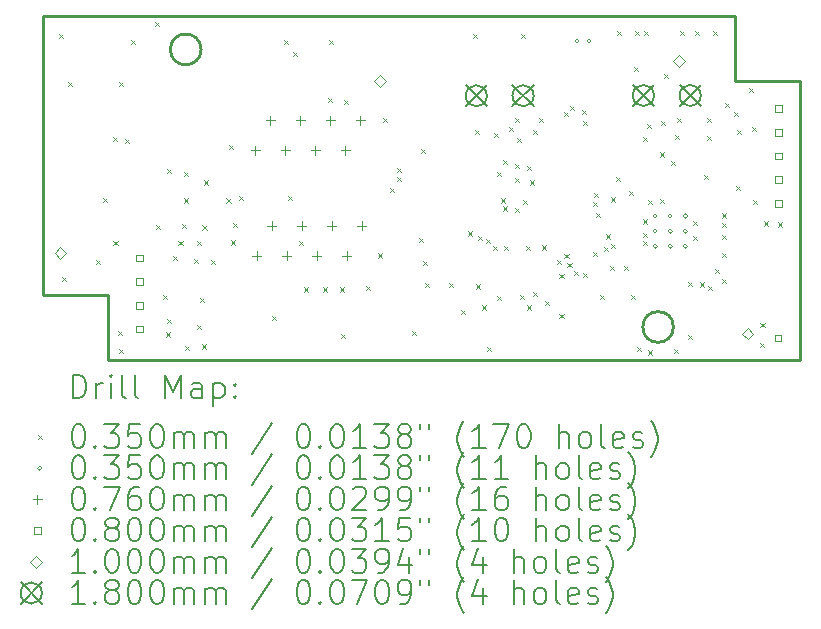
<source format=gbr>
%TF.GenerationSoftware,KiCad,Pcbnew,7.99.0-1900-g89780d353a*%
%TF.CreationDate,2023-07-18T18:24:52+03:00*%
%TF.ProjectId,RP2040_minimal,52503230-3430-45f6-9d69-6e696d616c2e,REV1*%
%TF.SameCoordinates,Original*%
%TF.FileFunction,Drillmap*%
%TF.FilePolarity,Positive*%
%FSLAX45Y45*%
G04 Gerber Fmt 4.5, Leading zero omitted, Abs format (unit mm)*
G04 Created by KiCad (PCBNEW 7.99.0-1900-g89780d353a) date 2023-07-18 18:24:52*
%MOMM*%
%LPD*%
G01*
G04 APERTURE LIST*
%ADD10C,0.250000*%
%ADD11C,0.200000*%
%ADD12C,0.035000*%
%ADD13C,0.076000*%
%ADD14C,0.080000*%
%ADD15C,0.100000*%
%ADD16C,0.180000*%
G04 APERTURE END LIST*
D10*
X12759600Y-6799200D02*
X12759600Y-7349200D01*
X18619600Y-4989200D02*
X18619600Y-7349200D01*
X12209600Y-6799200D02*
X12759600Y-6799200D01*
X12209600Y-4439200D02*
X18069600Y-4439200D01*
X12209600Y-6799200D02*
X12209600Y-4439200D01*
X18619600Y-4989200D02*
X18069600Y-4989200D01*
X18619600Y-7349200D02*
X12759600Y-7349200D01*
X18069600Y-4989200D02*
X18069600Y-4439200D01*
X17544600Y-7069200D02*
G75*
G03*
X17544600Y-7069200I-130000J0D01*
G01*
X13544600Y-4719200D02*
G75*
G03*
X13544600Y-4719200I-130000J0D01*
G01*
D11*
D12*
X12344700Y-4588500D02*
X12379700Y-4623500D01*
X12379700Y-4588500D02*
X12344700Y-4623500D01*
X12370100Y-6645900D02*
X12405100Y-6680900D01*
X12405100Y-6645900D02*
X12370100Y-6680900D01*
X12420900Y-4994900D02*
X12455900Y-5029900D01*
X12455900Y-4994900D02*
X12420900Y-5029900D01*
X12652040Y-6503660D02*
X12687040Y-6538660D01*
X12687040Y-6503660D02*
X12652040Y-6538660D01*
X12715540Y-5975340D02*
X12750540Y-6010340D01*
X12750540Y-5975340D02*
X12715540Y-6010340D01*
X12799360Y-5462260D02*
X12834360Y-5497260D01*
X12834360Y-5462260D02*
X12799360Y-5497260D01*
X12803100Y-6341101D02*
X12838100Y-6376101D01*
X12838100Y-6341101D02*
X12803100Y-6376101D01*
X12841100Y-7102340D02*
X12876100Y-7137340D01*
X12876100Y-7102340D02*
X12841100Y-7137340D01*
X12852700Y-4994900D02*
X12887700Y-5029900D01*
X12887700Y-4994900D02*
X12852700Y-5029900D01*
X12852700Y-7255500D02*
X12887700Y-7290500D01*
X12887700Y-7255500D02*
X12852700Y-7290500D01*
X12903500Y-5480040D02*
X12938500Y-5515040D01*
X12938500Y-5480040D02*
X12903500Y-5515040D01*
X12954300Y-4639300D02*
X12989300Y-4674300D01*
X12989300Y-4639300D02*
X12954300Y-4674300D01*
X13157500Y-4486900D02*
X13192500Y-4521900D01*
X13192500Y-4486900D02*
X13157500Y-4521900D01*
X13165100Y-6202340D02*
X13200100Y-6237340D01*
X13200100Y-6202340D02*
X13165100Y-6237340D01*
X13221000Y-6798300D02*
X13256000Y-6833300D01*
X13256000Y-6798300D02*
X13221000Y-6833300D01*
X13246400Y-7115800D02*
X13281400Y-7150800D01*
X13281400Y-7115800D02*
X13246400Y-7150800D01*
X13259100Y-5731500D02*
X13294100Y-5766500D01*
X13294100Y-5731500D02*
X13259100Y-5766500D01*
X13259100Y-7001500D02*
X13294100Y-7036500D01*
X13294100Y-7001500D02*
X13259100Y-7036500D01*
X13309900Y-6468100D02*
X13344900Y-6503100D01*
X13344900Y-6468100D02*
X13309900Y-6503100D01*
X13353600Y-6340840D02*
X13388600Y-6375840D01*
X13388600Y-6340840D02*
X13353600Y-6375840D01*
X13380100Y-6196340D02*
X13415100Y-6231340D01*
X13415100Y-6196340D02*
X13380100Y-6231340D01*
X13396260Y-5754360D02*
X13431260Y-5789360D01*
X13431260Y-5754360D02*
X13396260Y-5789360D01*
X13398800Y-5980420D02*
X13433800Y-6015420D01*
X13433800Y-5980420D02*
X13398800Y-6015420D01*
X13411500Y-7230100D02*
X13446500Y-7265100D01*
X13446500Y-7230100D02*
X13411500Y-7265100D01*
X13487700Y-6493500D02*
X13522700Y-6528500D01*
X13522700Y-6493500D02*
X13487700Y-6528500D01*
X13513100Y-6341100D02*
X13548100Y-6376100D01*
X13548100Y-6341100D02*
X13513100Y-6376100D01*
X13513100Y-7052300D02*
X13548100Y-7087300D01*
X13548100Y-7052300D02*
X13513100Y-7087300D01*
X13538500Y-6823700D02*
X13573500Y-6858700D01*
X13573500Y-6823700D02*
X13538500Y-6858700D01*
X13551200Y-7217400D02*
X13586200Y-7252400D01*
X13586200Y-7217400D02*
X13551200Y-7252400D01*
X13556280Y-6209020D02*
X13591280Y-6244020D01*
X13591280Y-6209020D02*
X13556280Y-6244020D01*
X13571520Y-5828020D02*
X13606520Y-5863020D01*
X13606520Y-5828020D02*
X13571520Y-5863020D01*
X13631100Y-6500340D02*
X13666100Y-6535340D01*
X13666100Y-6500340D02*
X13631100Y-6535340D01*
X13759480Y-5980420D02*
X13794480Y-6015420D01*
X13794480Y-5980420D02*
X13759480Y-6015420D01*
X13777260Y-5525760D02*
X13812260Y-5560760D01*
X13812260Y-5525760D02*
X13777260Y-5560760D01*
X13797580Y-6336020D02*
X13832580Y-6371020D01*
X13832580Y-6336020D02*
X13797580Y-6371020D01*
X13817900Y-6188700D02*
X13852900Y-6223700D01*
X13852900Y-6188700D02*
X13817900Y-6223700D01*
X13868700Y-5960100D02*
X13903700Y-5995100D01*
X13903700Y-5960100D02*
X13868700Y-5995100D01*
X14148100Y-6976100D02*
X14183100Y-7011100D01*
X14183100Y-6976100D02*
X14148100Y-7011100D01*
X14249700Y-4639300D02*
X14284700Y-4674300D01*
X14284700Y-4639300D02*
X14249700Y-4674300D01*
X14282720Y-5957560D02*
X14317720Y-5992560D01*
X14317720Y-5957560D02*
X14282720Y-5992560D01*
X14325900Y-4740900D02*
X14360900Y-4775900D01*
X14360900Y-4740900D02*
X14325900Y-4775900D01*
X14376700Y-6341100D02*
X14411700Y-6376100D01*
X14411700Y-6341100D02*
X14376700Y-6376100D01*
X14414800Y-6734800D02*
X14449800Y-6769800D01*
X14449800Y-6734800D02*
X14414800Y-6769800D01*
X14579900Y-6734800D02*
X14614900Y-6769800D01*
X14614900Y-6734800D02*
X14579900Y-6769800D01*
X14615460Y-5129520D02*
X14650460Y-5164520D01*
X14650460Y-5129520D02*
X14615460Y-5164520D01*
X14630700Y-4639300D02*
X14665700Y-4674300D01*
X14665700Y-4639300D02*
X14630700Y-4674300D01*
X14719600Y-6734800D02*
X14754600Y-6769800D01*
X14754600Y-6734800D02*
X14719600Y-6769800D01*
X14732300Y-7128500D02*
X14767300Y-7163500D01*
X14767300Y-7128500D02*
X14732300Y-7163500D01*
X14755160Y-5149840D02*
X14790160Y-5184840D01*
X14790160Y-5149840D02*
X14755160Y-5184840D01*
X14943120Y-6719560D02*
X14978120Y-6754560D01*
X14978120Y-6719560D02*
X14943120Y-6754560D01*
X15044720Y-6446050D02*
X15079720Y-6481050D01*
X15079720Y-6446050D02*
X15044720Y-6481050D01*
X15087900Y-5299700D02*
X15122900Y-5334700D01*
X15122900Y-5299700D02*
X15087900Y-5334700D01*
X15146320Y-5891520D02*
X15181320Y-5926520D01*
X15181320Y-5891520D02*
X15146320Y-5926520D01*
X15204740Y-5721340D02*
X15239740Y-5756340D01*
X15239740Y-5721340D02*
X15204740Y-5756340D01*
X15206123Y-5800434D02*
X15241123Y-5835434D01*
X15241123Y-5800434D02*
X15206123Y-5835434D01*
X15329200Y-7103100D02*
X15364200Y-7138100D01*
X15364200Y-7103100D02*
X15329200Y-7138100D01*
X15392700Y-6315700D02*
X15427700Y-6350700D01*
X15427700Y-6315700D02*
X15392700Y-6350700D01*
X15402860Y-5563860D02*
X15437860Y-5598860D01*
X15437860Y-5563860D02*
X15402860Y-5598860D01*
X15423180Y-6511280D02*
X15458180Y-6546280D01*
X15458180Y-6511280D02*
X15423180Y-6546280D01*
X15443500Y-6696700D02*
X15478500Y-6731700D01*
X15478500Y-6696700D02*
X15443500Y-6731700D01*
X15646700Y-6696700D02*
X15681700Y-6731700D01*
X15681700Y-6696700D02*
X15646700Y-6731700D01*
X15748300Y-6925300D02*
X15783300Y-6960300D01*
X15783300Y-6925300D02*
X15748300Y-6960300D01*
X15806720Y-6260142D02*
X15841720Y-6295142D01*
X15841720Y-6260142D02*
X15806720Y-6295142D01*
X15849900Y-4588500D02*
X15884900Y-4623500D01*
X15884900Y-4588500D02*
X15849900Y-4623500D01*
X15862600Y-5398760D02*
X15897600Y-5433760D01*
X15897600Y-5398760D02*
X15862600Y-5433760D01*
X15875300Y-6709400D02*
X15910300Y-6744400D01*
X15910300Y-6709400D02*
X15875300Y-6744400D01*
X15888000Y-6295380D02*
X15923000Y-6330380D01*
X15923000Y-6295380D02*
X15888000Y-6330380D01*
X15926100Y-6887200D02*
X15961100Y-6922200D01*
X15961100Y-6887200D02*
X15926100Y-6922200D01*
X15956580Y-6326254D02*
X15991580Y-6361254D01*
X15991580Y-6326254D02*
X15956580Y-6361254D01*
X15964200Y-7237720D02*
X15999200Y-7272720D01*
X15999200Y-7237720D02*
X15964200Y-7272720D01*
X16012460Y-6385210D02*
X16047460Y-6420210D01*
X16047460Y-6385210D02*
X16012460Y-6420210D01*
X16027700Y-5426700D02*
X16062700Y-5461700D01*
X16062700Y-5426700D02*
X16027700Y-5461700D01*
X16053100Y-5756900D02*
X16088100Y-5791900D01*
X16088100Y-5756900D02*
X16053100Y-5791900D01*
X16053100Y-6803380D02*
X16088100Y-6838380D01*
X16088100Y-6803380D02*
X16053100Y-6838380D01*
X16086120Y-5980420D02*
X16121120Y-6015420D01*
X16121120Y-5980420D02*
X16086120Y-6015420D01*
X16103900Y-5655300D02*
X16138900Y-5690300D01*
X16138900Y-5655300D02*
X16103900Y-5690300D01*
X16103900Y-6049000D02*
X16138900Y-6084000D01*
X16138900Y-6049000D02*
X16103900Y-6084000D01*
X16108980Y-6384280D02*
X16143980Y-6419280D01*
X16143980Y-6384280D02*
X16108980Y-6419280D01*
X16154700Y-5375900D02*
X16189700Y-5410900D01*
X16189700Y-5375900D02*
X16154700Y-5410900D01*
X16200420Y-5690860D02*
X16235420Y-5725860D01*
X16235420Y-5690860D02*
X16200420Y-5725860D01*
X16205500Y-5299700D02*
X16240500Y-5334700D01*
X16240500Y-5299700D02*
X16205500Y-5334700D01*
X16205500Y-5807700D02*
X16240500Y-5842700D01*
X16240500Y-5807700D02*
X16205500Y-5842700D01*
X16205500Y-6061700D02*
X16240500Y-6096700D01*
X16240500Y-6061700D02*
X16205500Y-6096700D01*
X16215660Y-5469880D02*
X16250660Y-5504880D01*
X16250660Y-5469880D02*
X16215660Y-5504880D01*
X16241060Y-6795760D02*
X16276060Y-6830760D01*
X16276060Y-6795760D02*
X16241060Y-6830760D01*
X16256300Y-4588500D02*
X16291300Y-4623500D01*
X16291300Y-4588500D02*
X16256300Y-4623500D01*
X16266460Y-5990580D02*
X16301460Y-6025580D01*
X16301460Y-5990580D02*
X16266460Y-6025580D01*
X16291860Y-6384280D02*
X16326860Y-6419280D01*
X16326860Y-6384280D02*
X16291860Y-6419280D01*
X16307100Y-5706100D02*
X16342100Y-5741100D01*
X16342100Y-5706100D02*
X16307100Y-5741100D01*
X16307100Y-6887200D02*
X16342100Y-6922200D01*
X16342100Y-6887200D02*
X16307100Y-6922200D01*
X16327420Y-5828020D02*
X16362420Y-5863020D01*
X16362420Y-5828020D02*
X16327420Y-5863020D01*
X16357900Y-5401300D02*
X16392900Y-5436300D01*
X16392900Y-5401300D02*
X16357900Y-5436300D01*
X16357900Y-6775440D02*
X16392900Y-6810440D01*
X16392900Y-6775440D02*
X16357900Y-6810440D01*
X16408700Y-5299700D02*
X16443700Y-5334700D01*
X16443700Y-5299700D02*
X16408700Y-5334700D01*
X16434100Y-6379200D02*
X16469100Y-6414200D01*
X16469100Y-6379200D02*
X16434100Y-6414200D01*
X16459500Y-6849100D02*
X16494500Y-6884100D01*
X16494500Y-6849100D02*
X16459500Y-6884100D01*
X16556020Y-6503660D02*
X16591020Y-6538660D01*
X16591020Y-6503660D02*
X16556020Y-6538660D01*
X16578880Y-6617960D02*
X16613880Y-6652960D01*
X16613880Y-6617960D02*
X16578880Y-6652960D01*
X16579100Y-6956340D02*
X16614100Y-6991340D01*
X16614100Y-6956340D02*
X16579100Y-6991340D01*
X16614440Y-5251440D02*
X16649440Y-5286440D01*
X16649440Y-5251440D02*
X16614440Y-5286440D01*
X16621714Y-6453127D02*
X16656714Y-6488127D01*
X16656714Y-6453127D02*
X16621714Y-6488127D01*
X16646509Y-6523980D02*
X16681509Y-6558980D01*
X16681509Y-6523980D02*
X16646509Y-6558980D01*
X16670320Y-5200640D02*
X16705320Y-5235640D01*
X16705320Y-5200640D02*
X16670320Y-5235640D01*
X16701459Y-6594248D02*
X16736459Y-6629248D01*
X16736459Y-6594248D02*
X16701459Y-6629248D01*
X16766840Y-5233660D02*
X16801840Y-5268660D01*
X16801840Y-5233660D02*
X16766840Y-5268660D01*
X16774460Y-6611230D02*
X16809460Y-6646230D01*
X16809460Y-6611230D02*
X16774460Y-6646230D01*
X16779540Y-5327640D02*
X16814540Y-5362640D01*
X16814540Y-5327640D02*
X16779540Y-5362640D01*
X16863253Y-6436997D02*
X16898253Y-6471997D01*
X16898253Y-6436997D02*
X16863253Y-6471997D01*
X16864915Y-6009404D02*
X16899915Y-6044404D01*
X16899915Y-6009404D02*
X16864915Y-6044404D01*
X16870980Y-5934700D02*
X16905980Y-5969700D01*
X16905980Y-5934700D02*
X16870980Y-5969700D01*
X16886220Y-6104880D02*
X16921220Y-6139880D01*
X16921220Y-6104880D02*
X16886220Y-6139880D01*
X16920406Y-6800839D02*
X16955406Y-6835839D01*
X16955406Y-6800839D02*
X16920406Y-6835839D01*
X16954800Y-6391900D02*
X16989800Y-6426900D01*
X16989800Y-6391900D02*
X16954800Y-6426900D01*
X16970040Y-6285220D02*
X17005040Y-6320220D01*
X17005040Y-6285220D02*
X16970040Y-6320220D01*
X17005600Y-6554460D02*
X17040600Y-6589460D01*
X17040600Y-6554460D02*
X17005600Y-6589460D01*
X17018300Y-5972800D02*
X17053300Y-6007800D01*
X17053300Y-5972800D02*
X17018300Y-6007800D01*
X17018300Y-6366500D02*
X17053300Y-6401500D01*
X17053300Y-6366500D02*
X17018300Y-6401500D01*
X17058940Y-5800080D02*
X17093940Y-5835080D01*
X17093940Y-5800080D02*
X17058940Y-5835080D01*
X17069100Y-4563100D02*
X17104100Y-4598100D01*
X17104100Y-4563100D02*
X17069100Y-4598100D01*
X17124980Y-6554450D02*
X17159980Y-6589450D01*
X17159980Y-6554450D02*
X17124980Y-6589450D01*
X17165620Y-5919460D02*
X17200620Y-5954460D01*
X17200620Y-5919460D02*
X17165620Y-5954460D01*
X17183400Y-6800840D02*
X17218400Y-6835840D01*
X17218400Y-6800840D02*
X17183400Y-6835840D01*
X17206260Y-4870440D02*
X17241260Y-4905440D01*
X17241260Y-4870440D02*
X17206260Y-4905440D01*
X17221500Y-4563100D02*
X17256500Y-4598100D01*
X17256500Y-4563100D02*
X17221500Y-4598100D01*
X17234200Y-7235180D02*
X17269200Y-7270180D01*
X17269200Y-7235180D02*
X17234200Y-7270180D01*
X17282460Y-5457180D02*
X17317460Y-5492180D01*
X17317460Y-5457180D02*
X17282460Y-5492180D01*
X17282460Y-6343640D02*
X17317460Y-6378640D01*
X17317460Y-6343640D02*
X17282460Y-6378640D01*
X17285000Y-6158220D02*
X17320000Y-6193220D01*
X17320000Y-6158220D02*
X17285000Y-6193220D01*
X17285000Y-6272520D02*
X17320000Y-6307520D01*
X17320000Y-6272520D02*
X17285000Y-6307520D01*
X17297700Y-4563100D02*
X17332700Y-4598100D01*
X17332700Y-4563100D02*
X17297700Y-4598100D01*
X17323100Y-5350500D02*
X17358100Y-5385500D01*
X17358100Y-5350500D02*
X17323100Y-5385500D01*
X17325640Y-7268200D02*
X17360640Y-7303200D01*
X17360640Y-7268200D02*
X17325640Y-7303200D01*
X17326721Y-5992099D02*
X17361721Y-6027099D01*
X17361721Y-5992099D02*
X17326721Y-6027099D01*
X17429780Y-5591800D02*
X17464780Y-5626800D01*
X17464780Y-5591800D02*
X17429780Y-5626800D01*
X17429780Y-5988040D02*
X17464780Y-6023040D01*
X17464780Y-5988040D02*
X17429780Y-6023040D01*
X17434860Y-5322560D02*
X17469860Y-5357560D01*
X17469860Y-5322560D02*
X17434860Y-5357560D01*
X17462800Y-4926320D02*
X17497800Y-4961320D01*
X17497800Y-4926320D02*
X17462800Y-4961320D01*
X17520900Y-5660700D02*
X17555900Y-5695700D01*
X17555900Y-5660700D02*
X17520900Y-5695700D01*
X17546620Y-7258040D02*
X17581620Y-7293040D01*
X17581620Y-7258040D02*
X17546620Y-7293040D01*
X17554240Y-5441940D02*
X17589240Y-5476940D01*
X17589240Y-5441940D02*
X17554240Y-5476940D01*
X17577100Y-5299700D02*
X17612100Y-5334700D01*
X17612100Y-5299700D02*
X17577100Y-5334700D01*
X17602500Y-4563100D02*
X17637500Y-4598100D01*
X17637500Y-4563100D02*
X17602500Y-4598100D01*
X17668540Y-6689970D02*
X17703540Y-6724970D01*
X17703540Y-6689970D02*
X17668540Y-6724970D01*
X17668540Y-7133580D02*
X17703540Y-7168580D01*
X17703540Y-7133580D02*
X17668540Y-7168580D01*
X17709180Y-6295380D02*
X17744180Y-6330380D01*
X17744180Y-6295380D02*
X17709180Y-6330380D01*
X17711720Y-6170920D02*
X17746720Y-6205920D01*
X17746720Y-6170920D02*
X17711720Y-6205920D01*
X17729500Y-4563100D02*
X17764500Y-4598100D01*
X17764500Y-4563100D02*
X17729500Y-4598100D01*
X17765060Y-6691620D02*
X17800060Y-6726620D01*
X17800060Y-6691620D02*
X17765060Y-6726620D01*
X17800620Y-5782300D02*
X17835620Y-5817300D01*
X17835620Y-5782300D02*
X17800620Y-5817300D01*
X17831100Y-5299700D02*
X17866100Y-5334700D01*
X17866100Y-5299700D02*
X17831100Y-5334700D01*
X17831100Y-5452100D02*
X17866100Y-5487100D01*
X17866100Y-5452100D02*
X17831100Y-5487100D01*
X17838720Y-6724079D02*
X17873720Y-6759079D01*
X17873720Y-6724079D02*
X17838720Y-6759079D01*
X17881900Y-4563100D02*
X17916900Y-4598100D01*
X17916900Y-4563100D02*
X17881900Y-4598100D01*
X17892060Y-6579860D02*
X17927060Y-6614860D01*
X17927060Y-6579860D02*
X17892060Y-6614860D01*
X17953020Y-6287760D02*
X17988020Y-6322760D01*
X17988020Y-6287760D02*
X17953020Y-6322760D01*
X17955560Y-6107420D02*
X17990560Y-6142420D01*
X17990560Y-6107420D02*
X17955560Y-6142420D01*
X17958100Y-6188700D02*
X17993100Y-6223700D01*
X17993100Y-6188700D02*
X17958100Y-6223700D01*
X17958100Y-6440160D02*
X17993100Y-6475160D01*
X17993100Y-6440160D02*
X17958100Y-6475160D01*
X17958100Y-6661140D02*
X17993100Y-6696140D01*
X17993100Y-6661140D02*
X17958100Y-6696140D01*
X17980960Y-5170160D02*
X18015960Y-5205160D01*
X18015960Y-5170160D02*
X17980960Y-5205160D01*
X18059700Y-5248900D02*
X18094700Y-5283900D01*
X18094700Y-5248900D02*
X18059700Y-5283900D01*
X18074940Y-5873740D02*
X18109940Y-5908740D01*
X18109940Y-5873740D02*
X18074940Y-5908740D01*
X18085100Y-5401300D02*
X18120100Y-5436300D01*
X18120100Y-5401300D02*
X18085100Y-5436300D01*
X18186700Y-5045700D02*
X18221700Y-5080700D01*
X18221700Y-5045700D02*
X18186700Y-5080700D01*
X18212100Y-5375900D02*
X18247100Y-5410900D01*
X18247100Y-5375900D02*
X18212100Y-5410900D01*
X18219720Y-5993120D02*
X18254720Y-6028120D01*
X18254720Y-5993120D02*
X18219720Y-6028120D01*
X18275600Y-7204700D02*
X18310600Y-7239700D01*
X18310600Y-7204700D02*
X18275600Y-7239700D01*
X18280680Y-7037060D02*
X18315680Y-7072060D01*
X18315680Y-7037060D02*
X18280680Y-7072060D01*
X18313700Y-6176000D02*
X18348700Y-6211000D01*
X18348700Y-6176000D02*
X18313700Y-6211000D01*
X18430540Y-6183620D02*
X18465540Y-6218620D01*
X18465540Y-6183620D02*
X18430540Y-6218620D01*
X16746760Y-4648120D02*
G75*
G03*
X16746760Y-4648120I-17500J0D01*
G01*
X16846760Y-4648120D02*
G75*
G03*
X16846760Y-4648120I-17500J0D01*
G01*
X17408400Y-6129500D02*
G75*
G03*
X17408400Y-6129500I-17500J0D01*
G01*
X17408400Y-6257000D02*
G75*
G03*
X17408400Y-6257000I-17500J0D01*
G01*
X17408400Y-6384500D02*
G75*
G03*
X17408400Y-6384500I-17500J0D01*
G01*
X17535900Y-6129500D02*
G75*
G03*
X17535900Y-6129500I-17500J0D01*
G01*
X17535900Y-6257000D02*
G75*
G03*
X17535900Y-6257000I-17500J0D01*
G01*
X17535900Y-6384500D02*
G75*
G03*
X17535900Y-6384500I-17500J0D01*
G01*
X17663400Y-6129500D02*
G75*
G03*
X17663400Y-6129500I-17500J0D01*
G01*
X17663400Y-6257000D02*
G75*
G03*
X17663400Y-6257000I-17500J0D01*
G01*
X17663400Y-6384500D02*
G75*
G03*
X17663400Y-6384500I-17500J0D01*
G01*
D13*
X14004570Y-5533930D02*
X14004570Y-5609930D01*
X13966570Y-5571930D02*
X14042570Y-5571930D01*
X14014210Y-6428690D02*
X14014210Y-6504690D01*
X13976210Y-6466690D02*
X14052210Y-6466690D01*
X14131570Y-5279930D02*
X14131570Y-5355930D01*
X14093570Y-5317930D02*
X14169570Y-5317930D01*
X14141210Y-6174690D02*
X14141210Y-6250690D01*
X14103210Y-6212690D02*
X14179210Y-6212690D01*
X14258570Y-5533930D02*
X14258570Y-5609930D01*
X14220570Y-5571930D02*
X14296570Y-5571930D01*
X14268210Y-6428690D02*
X14268210Y-6504690D01*
X14230210Y-6466690D02*
X14306210Y-6466690D01*
X14385570Y-5279930D02*
X14385570Y-5355930D01*
X14347570Y-5317930D02*
X14423570Y-5317930D01*
X14395210Y-6174690D02*
X14395210Y-6250690D01*
X14357210Y-6212690D02*
X14433210Y-6212690D01*
X14512570Y-5533930D02*
X14512570Y-5609930D01*
X14474570Y-5571930D02*
X14550570Y-5571930D01*
X14522210Y-6428690D02*
X14522210Y-6504690D01*
X14484210Y-6466690D02*
X14560210Y-6466690D01*
X14639570Y-5279930D02*
X14639570Y-5355930D01*
X14601570Y-5317930D02*
X14677570Y-5317930D01*
X14649210Y-6174690D02*
X14649210Y-6250690D01*
X14611210Y-6212690D02*
X14687210Y-6212690D01*
X14766570Y-5533930D02*
X14766570Y-5609930D01*
X14728570Y-5571930D02*
X14804570Y-5571930D01*
X14776210Y-6428690D02*
X14776210Y-6504690D01*
X14738210Y-6466690D02*
X14814210Y-6466690D01*
X14893570Y-5279930D02*
X14893570Y-5355930D01*
X14855570Y-5317930D02*
X14931570Y-5317930D01*
X14903210Y-6174690D02*
X14903210Y-6250690D01*
X14865210Y-6212690D02*
X14941210Y-6212690D01*
D14*
X13051884Y-6514124D02*
X13051884Y-6457555D01*
X12995315Y-6457555D01*
X12995315Y-6514124D01*
X13051884Y-6514124D01*
X13051884Y-6714124D02*
X13051884Y-6657555D01*
X12995315Y-6657555D01*
X12995315Y-6714124D01*
X13051884Y-6714124D01*
X13051884Y-6914124D02*
X13051884Y-6857555D01*
X12995315Y-6857555D01*
X12995315Y-6914124D01*
X13051884Y-6914124D01*
X13051884Y-7114124D02*
X13051884Y-7057555D01*
X12995315Y-7057555D01*
X12995315Y-7114124D01*
X13051884Y-7114124D01*
X18458545Y-7189524D02*
X18458545Y-7132955D01*
X18401976Y-7132955D01*
X18401976Y-7189524D01*
X18458545Y-7189524D01*
X18461085Y-5250285D02*
X18461085Y-5193716D01*
X18404516Y-5193716D01*
X18404516Y-5250285D01*
X18461085Y-5250285D01*
X18461085Y-5450285D02*
X18461085Y-5393716D01*
X18404516Y-5393716D01*
X18404516Y-5450285D01*
X18461085Y-5450285D01*
X18461085Y-5650284D02*
X18461085Y-5593715D01*
X18404516Y-5593715D01*
X18404516Y-5650284D01*
X18461085Y-5650284D01*
X18461085Y-5850284D02*
X18461085Y-5793715D01*
X18404516Y-5793715D01*
X18404516Y-5850284D01*
X18461085Y-5850284D01*
X18461085Y-6050284D02*
X18461085Y-5993715D01*
X18404516Y-5993715D01*
X18404516Y-6050284D01*
X18461085Y-6050284D01*
D15*
X12354580Y-6494960D02*
X12404580Y-6444960D01*
X12354580Y-6394960D01*
X12304580Y-6444960D01*
X12354580Y-6494960D01*
X15062220Y-5039540D02*
X15112220Y-4989540D01*
X15062220Y-4939540D01*
X15012220Y-4989540D01*
X15062220Y-5039540D01*
X17592060Y-4866820D02*
X17642060Y-4816820D01*
X17592060Y-4766820D01*
X17542060Y-4816820D01*
X17592060Y-4866820D01*
X18171317Y-7174677D02*
X18221317Y-7124677D01*
X18171317Y-7074677D01*
X18121317Y-7124677D01*
X18171317Y-7174677D01*
D16*
X15785140Y-5021540D02*
X15965140Y-5201540D01*
X15965140Y-5021540D02*
X15785140Y-5201540D01*
X15965140Y-5111540D02*
G75*
G03*
X15965140Y-5111540I-90000J0D01*
G01*
X16181140Y-5021540D02*
X16361140Y-5201540D01*
X16361140Y-5021540D02*
X16181140Y-5201540D01*
X16361140Y-5111540D02*
G75*
G03*
X16361140Y-5111540I-90000J0D01*
G01*
X17199800Y-5019000D02*
X17379800Y-5199000D01*
X17379800Y-5019000D02*
X17199800Y-5199000D01*
X17379800Y-5109000D02*
G75*
G03*
X17379800Y-5109000I-90000J0D01*
G01*
X17595800Y-5019000D02*
X17775800Y-5199000D01*
X17775800Y-5019000D02*
X17595800Y-5199000D01*
X17775800Y-5109000D02*
G75*
G03*
X17775800Y-5109000I-90000J0D01*
G01*
D11*
X12457877Y-7673184D02*
X12457877Y-7473184D01*
X12457877Y-7473184D02*
X12505496Y-7473184D01*
X12505496Y-7473184D02*
X12534067Y-7482708D01*
X12534067Y-7482708D02*
X12553115Y-7501755D01*
X12553115Y-7501755D02*
X12562639Y-7520803D01*
X12562639Y-7520803D02*
X12572162Y-7558898D01*
X12572162Y-7558898D02*
X12572162Y-7587469D01*
X12572162Y-7587469D02*
X12562639Y-7625565D01*
X12562639Y-7625565D02*
X12553115Y-7644612D01*
X12553115Y-7644612D02*
X12534067Y-7663660D01*
X12534067Y-7663660D02*
X12505496Y-7673184D01*
X12505496Y-7673184D02*
X12457877Y-7673184D01*
X12657877Y-7673184D02*
X12657877Y-7539850D01*
X12657877Y-7577946D02*
X12667401Y-7558898D01*
X12667401Y-7558898D02*
X12676924Y-7549374D01*
X12676924Y-7549374D02*
X12695972Y-7539850D01*
X12695972Y-7539850D02*
X12715020Y-7539850D01*
X12781686Y-7673184D02*
X12781686Y-7539850D01*
X12781686Y-7473184D02*
X12772162Y-7482708D01*
X12772162Y-7482708D02*
X12781686Y-7492231D01*
X12781686Y-7492231D02*
X12791210Y-7482708D01*
X12791210Y-7482708D02*
X12781686Y-7473184D01*
X12781686Y-7473184D02*
X12781686Y-7492231D01*
X12905496Y-7673184D02*
X12886448Y-7663660D01*
X12886448Y-7663660D02*
X12876924Y-7644612D01*
X12876924Y-7644612D02*
X12876924Y-7473184D01*
X13010258Y-7673184D02*
X12991210Y-7663660D01*
X12991210Y-7663660D02*
X12981686Y-7644612D01*
X12981686Y-7644612D02*
X12981686Y-7473184D01*
X13238829Y-7673184D02*
X13238829Y-7473184D01*
X13238829Y-7473184D02*
X13305496Y-7616041D01*
X13305496Y-7616041D02*
X13372162Y-7473184D01*
X13372162Y-7473184D02*
X13372162Y-7673184D01*
X13553115Y-7673184D02*
X13553115Y-7568422D01*
X13553115Y-7568422D02*
X13543591Y-7549374D01*
X13543591Y-7549374D02*
X13524543Y-7539850D01*
X13524543Y-7539850D02*
X13486448Y-7539850D01*
X13486448Y-7539850D02*
X13467401Y-7549374D01*
X13553115Y-7663660D02*
X13534067Y-7673184D01*
X13534067Y-7673184D02*
X13486448Y-7673184D01*
X13486448Y-7673184D02*
X13467401Y-7663660D01*
X13467401Y-7663660D02*
X13457877Y-7644612D01*
X13457877Y-7644612D02*
X13457877Y-7625565D01*
X13457877Y-7625565D02*
X13467401Y-7606517D01*
X13467401Y-7606517D02*
X13486448Y-7596993D01*
X13486448Y-7596993D02*
X13534067Y-7596993D01*
X13534067Y-7596993D02*
X13553115Y-7587469D01*
X13648353Y-7539850D02*
X13648353Y-7739850D01*
X13648353Y-7549374D02*
X13667401Y-7539850D01*
X13667401Y-7539850D02*
X13705496Y-7539850D01*
X13705496Y-7539850D02*
X13724543Y-7549374D01*
X13724543Y-7549374D02*
X13734067Y-7558898D01*
X13734067Y-7558898D02*
X13743591Y-7577946D01*
X13743591Y-7577946D02*
X13743591Y-7635088D01*
X13743591Y-7635088D02*
X13734067Y-7654136D01*
X13734067Y-7654136D02*
X13724543Y-7663660D01*
X13724543Y-7663660D02*
X13705496Y-7673184D01*
X13705496Y-7673184D02*
X13667401Y-7673184D01*
X13667401Y-7673184D02*
X13648353Y-7663660D01*
X13829305Y-7654136D02*
X13838829Y-7663660D01*
X13838829Y-7663660D02*
X13829305Y-7673184D01*
X13829305Y-7673184D02*
X13819782Y-7663660D01*
X13819782Y-7663660D02*
X13829305Y-7654136D01*
X13829305Y-7654136D02*
X13829305Y-7673184D01*
X13829305Y-7549374D02*
X13838829Y-7558898D01*
X13838829Y-7558898D02*
X13829305Y-7568422D01*
X13829305Y-7568422D02*
X13819782Y-7558898D01*
X13819782Y-7558898D02*
X13829305Y-7549374D01*
X13829305Y-7549374D02*
X13829305Y-7568422D01*
D12*
X12162100Y-7984200D02*
X12197100Y-8019200D01*
X12197100Y-7984200D02*
X12162100Y-8019200D01*
D11*
X12495972Y-7893184D02*
X12515020Y-7893184D01*
X12515020Y-7893184D02*
X12534067Y-7902708D01*
X12534067Y-7902708D02*
X12543591Y-7912231D01*
X12543591Y-7912231D02*
X12553115Y-7931279D01*
X12553115Y-7931279D02*
X12562639Y-7969374D01*
X12562639Y-7969374D02*
X12562639Y-8016993D01*
X12562639Y-8016993D02*
X12553115Y-8055088D01*
X12553115Y-8055088D02*
X12543591Y-8074136D01*
X12543591Y-8074136D02*
X12534067Y-8083660D01*
X12534067Y-8083660D02*
X12515020Y-8093184D01*
X12515020Y-8093184D02*
X12495972Y-8093184D01*
X12495972Y-8093184D02*
X12476924Y-8083660D01*
X12476924Y-8083660D02*
X12467401Y-8074136D01*
X12467401Y-8074136D02*
X12457877Y-8055088D01*
X12457877Y-8055088D02*
X12448353Y-8016993D01*
X12448353Y-8016993D02*
X12448353Y-7969374D01*
X12448353Y-7969374D02*
X12457877Y-7931279D01*
X12457877Y-7931279D02*
X12467401Y-7912231D01*
X12467401Y-7912231D02*
X12476924Y-7902708D01*
X12476924Y-7902708D02*
X12495972Y-7893184D01*
X12648353Y-8074136D02*
X12657877Y-8083660D01*
X12657877Y-8083660D02*
X12648353Y-8093184D01*
X12648353Y-8093184D02*
X12638829Y-8083660D01*
X12638829Y-8083660D02*
X12648353Y-8074136D01*
X12648353Y-8074136D02*
X12648353Y-8093184D01*
X12724543Y-7893184D02*
X12848353Y-7893184D01*
X12848353Y-7893184D02*
X12781686Y-7969374D01*
X12781686Y-7969374D02*
X12810258Y-7969374D01*
X12810258Y-7969374D02*
X12829305Y-7978898D01*
X12829305Y-7978898D02*
X12838829Y-7988422D01*
X12838829Y-7988422D02*
X12848353Y-8007469D01*
X12848353Y-8007469D02*
X12848353Y-8055088D01*
X12848353Y-8055088D02*
X12838829Y-8074136D01*
X12838829Y-8074136D02*
X12829305Y-8083660D01*
X12829305Y-8083660D02*
X12810258Y-8093184D01*
X12810258Y-8093184D02*
X12753115Y-8093184D01*
X12753115Y-8093184D02*
X12734067Y-8083660D01*
X12734067Y-8083660D02*
X12724543Y-8074136D01*
X13029305Y-7893184D02*
X12934067Y-7893184D01*
X12934067Y-7893184D02*
X12924543Y-7988422D01*
X12924543Y-7988422D02*
X12934067Y-7978898D01*
X12934067Y-7978898D02*
X12953115Y-7969374D01*
X12953115Y-7969374D02*
X13000734Y-7969374D01*
X13000734Y-7969374D02*
X13019782Y-7978898D01*
X13019782Y-7978898D02*
X13029305Y-7988422D01*
X13029305Y-7988422D02*
X13038829Y-8007469D01*
X13038829Y-8007469D02*
X13038829Y-8055088D01*
X13038829Y-8055088D02*
X13029305Y-8074136D01*
X13029305Y-8074136D02*
X13019782Y-8083660D01*
X13019782Y-8083660D02*
X13000734Y-8093184D01*
X13000734Y-8093184D02*
X12953115Y-8093184D01*
X12953115Y-8093184D02*
X12934067Y-8083660D01*
X12934067Y-8083660D02*
X12924543Y-8074136D01*
X13162639Y-7893184D02*
X13181686Y-7893184D01*
X13181686Y-7893184D02*
X13200734Y-7902708D01*
X13200734Y-7902708D02*
X13210258Y-7912231D01*
X13210258Y-7912231D02*
X13219782Y-7931279D01*
X13219782Y-7931279D02*
X13229305Y-7969374D01*
X13229305Y-7969374D02*
X13229305Y-8016993D01*
X13229305Y-8016993D02*
X13219782Y-8055088D01*
X13219782Y-8055088D02*
X13210258Y-8074136D01*
X13210258Y-8074136D02*
X13200734Y-8083660D01*
X13200734Y-8083660D02*
X13181686Y-8093184D01*
X13181686Y-8093184D02*
X13162639Y-8093184D01*
X13162639Y-8093184D02*
X13143591Y-8083660D01*
X13143591Y-8083660D02*
X13134067Y-8074136D01*
X13134067Y-8074136D02*
X13124543Y-8055088D01*
X13124543Y-8055088D02*
X13115020Y-8016993D01*
X13115020Y-8016993D02*
X13115020Y-7969374D01*
X13115020Y-7969374D02*
X13124543Y-7931279D01*
X13124543Y-7931279D02*
X13134067Y-7912231D01*
X13134067Y-7912231D02*
X13143591Y-7902708D01*
X13143591Y-7902708D02*
X13162639Y-7893184D01*
X13315020Y-8093184D02*
X13315020Y-7959850D01*
X13315020Y-7978898D02*
X13324543Y-7969374D01*
X13324543Y-7969374D02*
X13343591Y-7959850D01*
X13343591Y-7959850D02*
X13372163Y-7959850D01*
X13372163Y-7959850D02*
X13391210Y-7969374D01*
X13391210Y-7969374D02*
X13400734Y-7988422D01*
X13400734Y-7988422D02*
X13400734Y-8093184D01*
X13400734Y-7988422D02*
X13410258Y-7969374D01*
X13410258Y-7969374D02*
X13429305Y-7959850D01*
X13429305Y-7959850D02*
X13457877Y-7959850D01*
X13457877Y-7959850D02*
X13476924Y-7969374D01*
X13476924Y-7969374D02*
X13486448Y-7988422D01*
X13486448Y-7988422D02*
X13486448Y-8093184D01*
X13581686Y-8093184D02*
X13581686Y-7959850D01*
X13581686Y-7978898D02*
X13591210Y-7969374D01*
X13591210Y-7969374D02*
X13610258Y-7959850D01*
X13610258Y-7959850D02*
X13638829Y-7959850D01*
X13638829Y-7959850D02*
X13657877Y-7969374D01*
X13657877Y-7969374D02*
X13667401Y-7988422D01*
X13667401Y-7988422D02*
X13667401Y-8093184D01*
X13667401Y-7988422D02*
X13676924Y-7969374D01*
X13676924Y-7969374D02*
X13695972Y-7959850D01*
X13695972Y-7959850D02*
X13724543Y-7959850D01*
X13724543Y-7959850D02*
X13743591Y-7969374D01*
X13743591Y-7969374D02*
X13753115Y-7988422D01*
X13753115Y-7988422D02*
X13753115Y-8093184D01*
X14143591Y-7883660D02*
X13972163Y-8140803D01*
X14400734Y-7893184D02*
X14419782Y-7893184D01*
X14419782Y-7893184D02*
X14438829Y-7902708D01*
X14438829Y-7902708D02*
X14448353Y-7912231D01*
X14448353Y-7912231D02*
X14457877Y-7931279D01*
X14457877Y-7931279D02*
X14467401Y-7969374D01*
X14467401Y-7969374D02*
X14467401Y-8016993D01*
X14467401Y-8016993D02*
X14457877Y-8055088D01*
X14457877Y-8055088D02*
X14448353Y-8074136D01*
X14448353Y-8074136D02*
X14438829Y-8083660D01*
X14438829Y-8083660D02*
X14419782Y-8093184D01*
X14419782Y-8093184D02*
X14400734Y-8093184D01*
X14400734Y-8093184D02*
X14381686Y-8083660D01*
X14381686Y-8083660D02*
X14372163Y-8074136D01*
X14372163Y-8074136D02*
X14362639Y-8055088D01*
X14362639Y-8055088D02*
X14353115Y-8016993D01*
X14353115Y-8016993D02*
X14353115Y-7969374D01*
X14353115Y-7969374D02*
X14362639Y-7931279D01*
X14362639Y-7931279D02*
X14372163Y-7912231D01*
X14372163Y-7912231D02*
X14381686Y-7902708D01*
X14381686Y-7902708D02*
X14400734Y-7893184D01*
X14553115Y-8074136D02*
X14562639Y-8083660D01*
X14562639Y-8083660D02*
X14553115Y-8093184D01*
X14553115Y-8093184D02*
X14543591Y-8083660D01*
X14543591Y-8083660D02*
X14553115Y-8074136D01*
X14553115Y-8074136D02*
X14553115Y-8093184D01*
X14686448Y-7893184D02*
X14705496Y-7893184D01*
X14705496Y-7893184D02*
X14724544Y-7902708D01*
X14724544Y-7902708D02*
X14734067Y-7912231D01*
X14734067Y-7912231D02*
X14743591Y-7931279D01*
X14743591Y-7931279D02*
X14753115Y-7969374D01*
X14753115Y-7969374D02*
X14753115Y-8016993D01*
X14753115Y-8016993D02*
X14743591Y-8055088D01*
X14743591Y-8055088D02*
X14734067Y-8074136D01*
X14734067Y-8074136D02*
X14724544Y-8083660D01*
X14724544Y-8083660D02*
X14705496Y-8093184D01*
X14705496Y-8093184D02*
X14686448Y-8093184D01*
X14686448Y-8093184D02*
X14667401Y-8083660D01*
X14667401Y-8083660D02*
X14657877Y-8074136D01*
X14657877Y-8074136D02*
X14648353Y-8055088D01*
X14648353Y-8055088D02*
X14638829Y-8016993D01*
X14638829Y-8016993D02*
X14638829Y-7969374D01*
X14638829Y-7969374D02*
X14648353Y-7931279D01*
X14648353Y-7931279D02*
X14657877Y-7912231D01*
X14657877Y-7912231D02*
X14667401Y-7902708D01*
X14667401Y-7902708D02*
X14686448Y-7893184D01*
X14943591Y-8093184D02*
X14829306Y-8093184D01*
X14886448Y-8093184D02*
X14886448Y-7893184D01*
X14886448Y-7893184D02*
X14867401Y-7921755D01*
X14867401Y-7921755D02*
X14848353Y-7940803D01*
X14848353Y-7940803D02*
X14829306Y-7950327D01*
X15010258Y-7893184D02*
X15134067Y-7893184D01*
X15134067Y-7893184D02*
X15067401Y-7969374D01*
X15067401Y-7969374D02*
X15095972Y-7969374D01*
X15095972Y-7969374D02*
X15115020Y-7978898D01*
X15115020Y-7978898D02*
X15124544Y-7988422D01*
X15124544Y-7988422D02*
X15134067Y-8007469D01*
X15134067Y-8007469D02*
X15134067Y-8055088D01*
X15134067Y-8055088D02*
X15124544Y-8074136D01*
X15124544Y-8074136D02*
X15115020Y-8083660D01*
X15115020Y-8083660D02*
X15095972Y-8093184D01*
X15095972Y-8093184D02*
X15038829Y-8093184D01*
X15038829Y-8093184D02*
X15019782Y-8083660D01*
X15019782Y-8083660D02*
X15010258Y-8074136D01*
X15248353Y-7978898D02*
X15229306Y-7969374D01*
X15229306Y-7969374D02*
X15219782Y-7959850D01*
X15219782Y-7959850D02*
X15210258Y-7940803D01*
X15210258Y-7940803D02*
X15210258Y-7931279D01*
X15210258Y-7931279D02*
X15219782Y-7912231D01*
X15219782Y-7912231D02*
X15229306Y-7902708D01*
X15229306Y-7902708D02*
X15248353Y-7893184D01*
X15248353Y-7893184D02*
X15286448Y-7893184D01*
X15286448Y-7893184D02*
X15305496Y-7902708D01*
X15305496Y-7902708D02*
X15315020Y-7912231D01*
X15315020Y-7912231D02*
X15324544Y-7931279D01*
X15324544Y-7931279D02*
X15324544Y-7940803D01*
X15324544Y-7940803D02*
X15315020Y-7959850D01*
X15315020Y-7959850D02*
X15305496Y-7969374D01*
X15305496Y-7969374D02*
X15286448Y-7978898D01*
X15286448Y-7978898D02*
X15248353Y-7978898D01*
X15248353Y-7978898D02*
X15229306Y-7988422D01*
X15229306Y-7988422D02*
X15219782Y-7997946D01*
X15219782Y-7997946D02*
X15210258Y-8016993D01*
X15210258Y-8016993D02*
X15210258Y-8055088D01*
X15210258Y-8055088D02*
X15219782Y-8074136D01*
X15219782Y-8074136D02*
X15229306Y-8083660D01*
X15229306Y-8083660D02*
X15248353Y-8093184D01*
X15248353Y-8093184D02*
X15286448Y-8093184D01*
X15286448Y-8093184D02*
X15305496Y-8083660D01*
X15305496Y-8083660D02*
X15315020Y-8074136D01*
X15315020Y-8074136D02*
X15324544Y-8055088D01*
X15324544Y-8055088D02*
X15324544Y-8016993D01*
X15324544Y-8016993D02*
X15315020Y-7997946D01*
X15315020Y-7997946D02*
X15305496Y-7988422D01*
X15305496Y-7988422D02*
X15286448Y-7978898D01*
X15400734Y-7893184D02*
X15400734Y-7931279D01*
X15476925Y-7893184D02*
X15476925Y-7931279D01*
X15772163Y-8169374D02*
X15762639Y-8159850D01*
X15762639Y-8159850D02*
X15743591Y-8131279D01*
X15743591Y-8131279D02*
X15734068Y-8112231D01*
X15734068Y-8112231D02*
X15724544Y-8083660D01*
X15724544Y-8083660D02*
X15715020Y-8036041D01*
X15715020Y-8036041D02*
X15715020Y-7997946D01*
X15715020Y-7997946D02*
X15724544Y-7950327D01*
X15724544Y-7950327D02*
X15734068Y-7921755D01*
X15734068Y-7921755D02*
X15743591Y-7902708D01*
X15743591Y-7902708D02*
X15762639Y-7874136D01*
X15762639Y-7874136D02*
X15772163Y-7864612D01*
X15953115Y-8093184D02*
X15838829Y-8093184D01*
X15895972Y-8093184D02*
X15895972Y-7893184D01*
X15895972Y-7893184D02*
X15876925Y-7921755D01*
X15876925Y-7921755D02*
X15857877Y-7940803D01*
X15857877Y-7940803D02*
X15838829Y-7950327D01*
X16019782Y-7893184D02*
X16153115Y-7893184D01*
X16153115Y-7893184D02*
X16067401Y-8093184D01*
X16267401Y-7893184D02*
X16286449Y-7893184D01*
X16286449Y-7893184D02*
X16305496Y-7902708D01*
X16305496Y-7902708D02*
X16315020Y-7912231D01*
X16315020Y-7912231D02*
X16324544Y-7931279D01*
X16324544Y-7931279D02*
X16334068Y-7969374D01*
X16334068Y-7969374D02*
X16334068Y-8016993D01*
X16334068Y-8016993D02*
X16324544Y-8055088D01*
X16324544Y-8055088D02*
X16315020Y-8074136D01*
X16315020Y-8074136D02*
X16305496Y-8083660D01*
X16305496Y-8083660D02*
X16286449Y-8093184D01*
X16286449Y-8093184D02*
X16267401Y-8093184D01*
X16267401Y-8093184D02*
X16248353Y-8083660D01*
X16248353Y-8083660D02*
X16238829Y-8074136D01*
X16238829Y-8074136D02*
X16229306Y-8055088D01*
X16229306Y-8055088D02*
X16219782Y-8016993D01*
X16219782Y-8016993D02*
X16219782Y-7969374D01*
X16219782Y-7969374D02*
X16229306Y-7931279D01*
X16229306Y-7931279D02*
X16238829Y-7912231D01*
X16238829Y-7912231D02*
X16248353Y-7902708D01*
X16248353Y-7902708D02*
X16267401Y-7893184D01*
X16572163Y-8093184D02*
X16572163Y-7893184D01*
X16657877Y-8093184D02*
X16657877Y-7988422D01*
X16657877Y-7988422D02*
X16648353Y-7969374D01*
X16648353Y-7969374D02*
X16629306Y-7959850D01*
X16629306Y-7959850D02*
X16600734Y-7959850D01*
X16600734Y-7959850D02*
X16581687Y-7969374D01*
X16581687Y-7969374D02*
X16572163Y-7978898D01*
X16781687Y-8093184D02*
X16762639Y-8083660D01*
X16762639Y-8083660D02*
X16753115Y-8074136D01*
X16753115Y-8074136D02*
X16743591Y-8055088D01*
X16743591Y-8055088D02*
X16743591Y-7997946D01*
X16743591Y-7997946D02*
X16753115Y-7978898D01*
X16753115Y-7978898D02*
X16762639Y-7969374D01*
X16762639Y-7969374D02*
X16781687Y-7959850D01*
X16781687Y-7959850D02*
X16810258Y-7959850D01*
X16810258Y-7959850D02*
X16829306Y-7969374D01*
X16829306Y-7969374D02*
X16838830Y-7978898D01*
X16838830Y-7978898D02*
X16848353Y-7997946D01*
X16848353Y-7997946D02*
X16848353Y-8055088D01*
X16848353Y-8055088D02*
X16838830Y-8074136D01*
X16838830Y-8074136D02*
X16829306Y-8083660D01*
X16829306Y-8083660D02*
X16810258Y-8093184D01*
X16810258Y-8093184D02*
X16781687Y-8093184D01*
X16962639Y-8093184D02*
X16943592Y-8083660D01*
X16943592Y-8083660D02*
X16934068Y-8064612D01*
X16934068Y-8064612D02*
X16934068Y-7893184D01*
X17115020Y-8083660D02*
X17095973Y-8093184D01*
X17095973Y-8093184D02*
X17057877Y-8093184D01*
X17057877Y-8093184D02*
X17038830Y-8083660D01*
X17038830Y-8083660D02*
X17029306Y-8064612D01*
X17029306Y-8064612D02*
X17029306Y-7988422D01*
X17029306Y-7988422D02*
X17038830Y-7969374D01*
X17038830Y-7969374D02*
X17057877Y-7959850D01*
X17057877Y-7959850D02*
X17095973Y-7959850D01*
X17095973Y-7959850D02*
X17115020Y-7969374D01*
X17115020Y-7969374D02*
X17124544Y-7988422D01*
X17124544Y-7988422D02*
X17124544Y-8007469D01*
X17124544Y-8007469D02*
X17029306Y-8026517D01*
X17200734Y-8083660D02*
X17219782Y-8093184D01*
X17219782Y-8093184D02*
X17257877Y-8093184D01*
X17257877Y-8093184D02*
X17276925Y-8083660D01*
X17276925Y-8083660D02*
X17286449Y-8064612D01*
X17286449Y-8064612D02*
X17286449Y-8055088D01*
X17286449Y-8055088D02*
X17276925Y-8036041D01*
X17276925Y-8036041D02*
X17257877Y-8026517D01*
X17257877Y-8026517D02*
X17229306Y-8026517D01*
X17229306Y-8026517D02*
X17210258Y-8016993D01*
X17210258Y-8016993D02*
X17200734Y-7997946D01*
X17200734Y-7997946D02*
X17200734Y-7988422D01*
X17200734Y-7988422D02*
X17210258Y-7969374D01*
X17210258Y-7969374D02*
X17229306Y-7959850D01*
X17229306Y-7959850D02*
X17257877Y-7959850D01*
X17257877Y-7959850D02*
X17276925Y-7969374D01*
X17353115Y-8169374D02*
X17362639Y-8159850D01*
X17362639Y-8159850D02*
X17381687Y-8131279D01*
X17381687Y-8131279D02*
X17391211Y-8112231D01*
X17391211Y-8112231D02*
X17400734Y-8083660D01*
X17400734Y-8083660D02*
X17410258Y-8036041D01*
X17410258Y-8036041D02*
X17410258Y-7997946D01*
X17410258Y-7997946D02*
X17400734Y-7950327D01*
X17400734Y-7950327D02*
X17391211Y-7921755D01*
X17391211Y-7921755D02*
X17381687Y-7902708D01*
X17381687Y-7902708D02*
X17362639Y-7874136D01*
X17362639Y-7874136D02*
X17353115Y-7864612D01*
D12*
X12197100Y-8265700D02*
G75*
G03*
X12197100Y-8265700I-17500J0D01*
G01*
D11*
X12495972Y-8157184D02*
X12515020Y-8157184D01*
X12515020Y-8157184D02*
X12534067Y-8166708D01*
X12534067Y-8166708D02*
X12543591Y-8176231D01*
X12543591Y-8176231D02*
X12553115Y-8195279D01*
X12553115Y-8195279D02*
X12562639Y-8233374D01*
X12562639Y-8233374D02*
X12562639Y-8280993D01*
X12562639Y-8280993D02*
X12553115Y-8319088D01*
X12553115Y-8319088D02*
X12543591Y-8338136D01*
X12543591Y-8338136D02*
X12534067Y-8347660D01*
X12534067Y-8347660D02*
X12515020Y-8357184D01*
X12515020Y-8357184D02*
X12495972Y-8357184D01*
X12495972Y-8357184D02*
X12476924Y-8347660D01*
X12476924Y-8347660D02*
X12467401Y-8338136D01*
X12467401Y-8338136D02*
X12457877Y-8319088D01*
X12457877Y-8319088D02*
X12448353Y-8280993D01*
X12448353Y-8280993D02*
X12448353Y-8233374D01*
X12448353Y-8233374D02*
X12457877Y-8195279D01*
X12457877Y-8195279D02*
X12467401Y-8176231D01*
X12467401Y-8176231D02*
X12476924Y-8166708D01*
X12476924Y-8166708D02*
X12495972Y-8157184D01*
X12648353Y-8338136D02*
X12657877Y-8347660D01*
X12657877Y-8347660D02*
X12648353Y-8357184D01*
X12648353Y-8357184D02*
X12638829Y-8347660D01*
X12638829Y-8347660D02*
X12648353Y-8338136D01*
X12648353Y-8338136D02*
X12648353Y-8357184D01*
X12724543Y-8157184D02*
X12848353Y-8157184D01*
X12848353Y-8157184D02*
X12781686Y-8233374D01*
X12781686Y-8233374D02*
X12810258Y-8233374D01*
X12810258Y-8233374D02*
X12829305Y-8242898D01*
X12829305Y-8242898D02*
X12838829Y-8252422D01*
X12838829Y-8252422D02*
X12848353Y-8271469D01*
X12848353Y-8271469D02*
X12848353Y-8319088D01*
X12848353Y-8319088D02*
X12838829Y-8338136D01*
X12838829Y-8338136D02*
X12829305Y-8347660D01*
X12829305Y-8347660D02*
X12810258Y-8357184D01*
X12810258Y-8357184D02*
X12753115Y-8357184D01*
X12753115Y-8357184D02*
X12734067Y-8347660D01*
X12734067Y-8347660D02*
X12724543Y-8338136D01*
X13029305Y-8157184D02*
X12934067Y-8157184D01*
X12934067Y-8157184D02*
X12924543Y-8252422D01*
X12924543Y-8252422D02*
X12934067Y-8242898D01*
X12934067Y-8242898D02*
X12953115Y-8233374D01*
X12953115Y-8233374D02*
X13000734Y-8233374D01*
X13000734Y-8233374D02*
X13019782Y-8242898D01*
X13019782Y-8242898D02*
X13029305Y-8252422D01*
X13029305Y-8252422D02*
X13038829Y-8271469D01*
X13038829Y-8271469D02*
X13038829Y-8319088D01*
X13038829Y-8319088D02*
X13029305Y-8338136D01*
X13029305Y-8338136D02*
X13019782Y-8347660D01*
X13019782Y-8347660D02*
X13000734Y-8357184D01*
X13000734Y-8357184D02*
X12953115Y-8357184D01*
X12953115Y-8357184D02*
X12934067Y-8347660D01*
X12934067Y-8347660D02*
X12924543Y-8338136D01*
X13162639Y-8157184D02*
X13181686Y-8157184D01*
X13181686Y-8157184D02*
X13200734Y-8166708D01*
X13200734Y-8166708D02*
X13210258Y-8176231D01*
X13210258Y-8176231D02*
X13219782Y-8195279D01*
X13219782Y-8195279D02*
X13229305Y-8233374D01*
X13229305Y-8233374D02*
X13229305Y-8280993D01*
X13229305Y-8280993D02*
X13219782Y-8319088D01*
X13219782Y-8319088D02*
X13210258Y-8338136D01*
X13210258Y-8338136D02*
X13200734Y-8347660D01*
X13200734Y-8347660D02*
X13181686Y-8357184D01*
X13181686Y-8357184D02*
X13162639Y-8357184D01*
X13162639Y-8357184D02*
X13143591Y-8347660D01*
X13143591Y-8347660D02*
X13134067Y-8338136D01*
X13134067Y-8338136D02*
X13124543Y-8319088D01*
X13124543Y-8319088D02*
X13115020Y-8280993D01*
X13115020Y-8280993D02*
X13115020Y-8233374D01*
X13115020Y-8233374D02*
X13124543Y-8195279D01*
X13124543Y-8195279D02*
X13134067Y-8176231D01*
X13134067Y-8176231D02*
X13143591Y-8166708D01*
X13143591Y-8166708D02*
X13162639Y-8157184D01*
X13315020Y-8357184D02*
X13315020Y-8223850D01*
X13315020Y-8242898D02*
X13324543Y-8233374D01*
X13324543Y-8233374D02*
X13343591Y-8223850D01*
X13343591Y-8223850D02*
X13372163Y-8223850D01*
X13372163Y-8223850D02*
X13391210Y-8233374D01*
X13391210Y-8233374D02*
X13400734Y-8252422D01*
X13400734Y-8252422D02*
X13400734Y-8357184D01*
X13400734Y-8252422D02*
X13410258Y-8233374D01*
X13410258Y-8233374D02*
X13429305Y-8223850D01*
X13429305Y-8223850D02*
X13457877Y-8223850D01*
X13457877Y-8223850D02*
X13476924Y-8233374D01*
X13476924Y-8233374D02*
X13486448Y-8252422D01*
X13486448Y-8252422D02*
X13486448Y-8357184D01*
X13581686Y-8357184D02*
X13581686Y-8223850D01*
X13581686Y-8242898D02*
X13591210Y-8233374D01*
X13591210Y-8233374D02*
X13610258Y-8223850D01*
X13610258Y-8223850D02*
X13638829Y-8223850D01*
X13638829Y-8223850D02*
X13657877Y-8233374D01*
X13657877Y-8233374D02*
X13667401Y-8252422D01*
X13667401Y-8252422D02*
X13667401Y-8357184D01*
X13667401Y-8252422D02*
X13676924Y-8233374D01*
X13676924Y-8233374D02*
X13695972Y-8223850D01*
X13695972Y-8223850D02*
X13724543Y-8223850D01*
X13724543Y-8223850D02*
X13743591Y-8233374D01*
X13743591Y-8233374D02*
X13753115Y-8252422D01*
X13753115Y-8252422D02*
X13753115Y-8357184D01*
X14143591Y-8147660D02*
X13972163Y-8404803D01*
X14400734Y-8157184D02*
X14419782Y-8157184D01*
X14419782Y-8157184D02*
X14438829Y-8166708D01*
X14438829Y-8166708D02*
X14448353Y-8176231D01*
X14448353Y-8176231D02*
X14457877Y-8195279D01*
X14457877Y-8195279D02*
X14467401Y-8233374D01*
X14467401Y-8233374D02*
X14467401Y-8280993D01*
X14467401Y-8280993D02*
X14457877Y-8319088D01*
X14457877Y-8319088D02*
X14448353Y-8338136D01*
X14448353Y-8338136D02*
X14438829Y-8347660D01*
X14438829Y-8347660D02*
X14419782Y-8357184D01*
X14419782Y-8357184D02*
X14400734Y-8357184D01*
X14400734Y-8357184D02*
X14381686Y-8347660D01*
X14381686Y-8347660D02*
X14372163Y-8338136D01*
X14372163Y-8338136D02*
X14362639Y-8319088D01*
X14362639Y-8319088D02*
X14353115Y-8280993D01*
X14353115Y-8280993D02*
X14353115Y-8233374D01*
X14353115Y-8233374D02*
X14362639Y-8195279D01*
X14362639Y-8195279D02*
X14372163Y-8176231D01*
X14372163Y-8176231D02*
X14381686Y-8166708D01*
X14381686Y-8166708D02*
X14400734Y-8157184D01*
X14553115Y-8338136D02*
X14562639Y-8347660D01*
X14562639Y-8347660D02*
X14553115Y-8357184D01*
X14553115Y-8357184D02*
X14543591Y-8347660D01*
X14543591Y-8347660D02*
X14553115Y-8338136D01*
X14553115Y-8338136D02*
X14553115Y-8357184D01*
X14686448Y-8157184D02*
X14705496Y-8157184D01*
X14705496Y-8157184D02*
X14724544Y-8166708D01*
X14724544Y-8166708D02*
X14734067Y-8176231D01*
X14734067Y-8176231D02*
X14743591Y-8195279D01*
X14743591Y-8195279D02*
X14753115Y-8233374D01*
X14753115Y-8233374D02*
X14753115Y-8280993D01*
X14753115Y-8280993D02*
X14743591Y-8319088D01*
X14743591Y-8319088D02*
X14734067Y-8338136D01*
X14734067Y-8338136D02*
X14724544Y-8347660D01*
X14724544Y-8347660D02*
X14705496Y-8357184D01*
X14705496Y-8357184D02*
X14686448Y-8357184D01*
X14686448Y-8357184D02*
X14667401Y-8347660D01*
X14667401Y-8347660D02*
X14657877Y-8338136D01*
X14657877Y-8338136D02*
X14648353Y-8319088D01*
X14648353Y-8319088D02*
X14638829Y-8280993D01*
X14638829Y-8280993D02*
X14638829Y-8233374D01*
X14638829Y-8233374D02*
X14648353Y-8195279D01*
X14648353Y-8195279D02*
X14657877Y-8176231D01*
X14657877Y-8176231D02*
X14667401Y-8166708D01*
X14667401Y-8166708D02*
X14686448Y-8157184D01*
X14943591Y-8357184D02*
X14829306Y-8357184D01*
X14886448Y-8357184D02*
X14886448Y-8157184D01*
X14886448Y-8157184D02*
X14867401Y-8185755D01*
X14867401Y-8185755D02*
X14848353Y-8204803D01*
X14848353Y-8204803D02*
X14829306Y-8214327D01*
X15010258Y-8157184D02*
X15134067Y-8157184D01*
X15134067Y-8157184D02*
X15067401Y-8233374D01*
X15067401Y-8233374D02*
X15095972Y-8233374D01*
X15095972Y-8233374D02*
X15115020Y-8242898D01*
X15115020Y-8242898D02*
X15124544Y-8252422D01*
X15124544Y-8252422D02*
X15134067Y-8271469D01*
X15134067Y-8271469D02*
X15134067Y-8319088D01*
X15134067Y-8319088D02*
X15124544Y-8338136D01*
X15124544Y-8338136D02*
X15115020Y-8347660D01*
X15115020Y-8347660D02*
X15095972Y-8357184D01*
X15095972Y-8357184D02*
X15038829Y-8357184D01*
X15038829Y-8357184D02*
X15019782Y-8347660D01*
X15019782Y-8347660D02*
X15010258Y-8338136D01*
X15248353Y-8242898D02*
X15229306Y-8233374D01*
X15229306Y-8233374D02*
X15219782Y-8223850D01*
X15219782Y-8223850D02*
X15210258Y-8204803D01*
X15210258Y-8204803D02*
X15210258Y-8195279D01*
X15210258Y-8195279D02*
X15219782Y-8176231D01*
X15219782Y-8176231D02*
X15229306Y-8166708D01*
X15229306Y-8166708D02*
X15248353Y-8157184D01*
X15248353Y-8157184D02*
X15286448Y-8157184D01*
X15286448Y-8157184D02*
X15305496Y-8166708D01*
X15305496Y-8166708D02*
X15315020Y-8176231D01*
X15315020Y-8176231D02*
X15324544Y-8195279D01*
X15324544Y-8195279D02*
X15324544Y-8204803D01*
X15324544Y-8204803D02*
X15315020Y-8223850D01*
X15315020Y-8223850D02*
X15305496Y-8233374D01*
X15305496Y-8233374D02*
X15286448Y-8242898D01*
X15286448Y-8242898D02*
X15248353Y-8242898D01*
X15248353Y-8242898D02*
X15229306Y-8252422D01*
X15229306Y-8252422D02*
X15219782Y-8261946D01*
X15219782Y-8261946D02*
X15210258Y-8280993D01*
X15210258Y-8280993D02*
X15210258Y-8319088D01*
X15210258Y-8319088D02*
X15219782Y-8338136D01*
X15219782Y-8338136D02*
X15229306Y-8347660D01*
X15229306Y-8347660D02*
X15248353Y-8357184D01*
X15248353Y-8357184D02*
X15286448Y-8357184D01*
X15286448Y-8357184D02*
X15305496Y-8347660D01*
X15305496Y-8347660D02*
X15315020Y-8338136D01*
X15315020Y-8338136D02*
X15324544Y-8319088D01*
X15324544Y-8319088D02*
X15324544Y-8280993D01*
X15324544Y-8280993D02*
X15315020Y-8261946D01*
X15315020Y-8261946D02*
X15305496Y-8252422D01*
X15305496Y-8252422D02*
X15286448Y-8242898D01*
X15400734Y-8157184D02*
X15400734Y-8195279D01*
X15476925Y-8157184D02*
X15476925Y-8195279D01*
X15772163Y-8433374D02*
X15762639Y-8423850D01*
X15762639Y-8423850D02*
X15743591Y-8395279D01*
X15743591Y-8395279D02*
X15734068Y-8376231D01*
X15734068Y-8376231D02*
X15724544Y-8347660D01*
X15724544Y-8347660D02*
X15715020Y-8300041D01*
X15715020Y-8300041D02*
X15715020Y-8261946D01*
X15715020Y-8261946D02*
X15724544Y-8214327D01*
X15724544Y-8214327D02*
X15734068Y-8185755D01*
X15734068Y-8185755D02*
X15743591Y-8166708D01*
X15743591Y-8166708D02*
X15762639Y-8138136D01*
X15762639Y-8138136D02*
X15772163Y-8128612D01*
X15953115Y-8357184D02*
X15838829Y-8357184D01*
X15895972Y-8357184D02*
X15895972Y-8157184D01*
X15895972Y-8157184D02*
X15876925Y-8185755D01*
X15876925Y-8185755D02*
X15857877Y-8204803D01*
X15857877Y-8204803D02*
X15838829Y-8214327D01*
X16143591Y-8357184D02*
X16029306Y-8357184D01*
X16086448Y-8357184D02*
X16086448Y-8157184D01*
X16086448Y-8157184D02*
X16067401Y-8185755D01*
X16067401Y-8185755D02*
X16048353Y-8204803D01*
X16048353Y-8204803D02*
X16029306Y-8214327D01*
X16381687Y-8357184D02*
X16381687Y-8157184D01*
X16467401Y-8357184D02*
X16467401Y-8252422D01*
X16467401Y-8252422D02*
X16457877Y-8233374D01*
X16457877Y-8233374D02*
X16438830Y-8223850D01*
X16438830Y-8223850D02*
X16410258Y-8223850D01*
X16410258Y-8223850D02*
X16391210Y-8233374D01*
X16391210Y-8233374D02*
X16381687Y-8242898D01*
X16591210Y-8357184D02*
X16572163Y-8347660D01*
X16572163Y-8347660D02*
X16562639Y-8338136D01*
X16562639Y-8338136D02*
X16553115Y-8319088D01*
X16553115Y-8319088D02*
X16553115Y-8261946D01*
X16553115Y-8261946D02*
X16562639Y-8242898D01*
X16562639Y-8242898D02*
X16572163Y-8233374D01*
X16572163Y-8233374D02*
X16591210Y-8223850D01*
X16591210Y-8223850D02*
X16619782Y-8223850D01*
X16619782Y-8223850D02*
X16638830Y-8233374D01*
X16638830Y-8233374D02*
X16648353Y-8242898D01*
X16648353Y-8242898D02*
X16657877Y-8261946D01*
X16657877Y-8261946D02*
X16657877Y-8319088D01*
X16657877Y-8319088D02*
X16648353Y-8338136D01*
X16648353Y-8338136D02*
X16638830Y-8347660D01*
X16638830Y-8347660D02*
X16619782Y-8357184D01*
X16619782Y-8357184D02*
X16591210Y-8357184D01*
X16772163Y-8357184D02*
X16753115Y-8347660D01*
X16753115Y-8347660D02*
X16743591Y-8328612D01*
X16743591Y-8328612D02*
X16743591Y-8157184D01*
X16924544Y-8347660D02*
X16905496Y-8357184D01*
X16905496Y-8357184D02*
X16867401Y-8357184D01*
X16867401Y-8357184D02*
X16848353Y-8347660D01*
X16848353Y-8347660D02*
X16838830Y-8328612D01*
X16838830Y-8328612D02*
X16838830Y-8252422D01*
X16838830Y-8252422D02*
X16848353Y-8233374D01*
X16848353Y-8233374D02*
X16867401Y-8223850D01*
X16867401Y-8223850D02*
X16905496Y-8223850D01*
X16905496Y-8223850D02*
X16924544Y-8233374D01*
X16924544Y-8233374D02*
X16934068Y-8252422D01*
X16934068Y-8252422D02*
X16934068Y-8271469D01*
X16934068Y-8271469D02*
X16838830Y-8290517D01*
X17010258Y-8347660D02*
X17029306Y-8357184D01*
X17029306Y-8357184D02*
X17067401Y-8357184D01*
X17067401Y-8357184D02*
X17086449Y-8347660D01*
X17086449Y-8347660D02*
X17095973Y-8328612D01*
X17095973Y-8328612D02*
X17095973Y-8319088D01*
X17095973Y-8319088D02*
X17086449Y-8300041D01*
X17086449Y-8300041D02*
X17067401Y-8290517D01*
X17067401Y-8290517D02*
X17038830Y-8290517D01*
X17038830Y-8290517D02*
X17019782Y-8280993D01*
X17019782Y-8280993D02*
X17010258Y-8261946D01*
X17010258Y-8261946D02*
X17010258Y-8252422D01*
X17010258Y-8252422D02*
X17019782Y-8233374D01*
X17019782Y-8233374D02*
X17038830Y-8223850D01*
X17038830Y-8223850D02*
X17067401Y-8223850D01*
X17067401Y-8223850D02*
X17086449Y-8233374D01*
X17162639Y-8433374D02*
X17172163Y-8423850D01*
X17172163Y-8423850D02*
X17191211Y-8395279D01*
X17191211Y-8395279D02*
X17200734Y-8376231D01*
X17200734Y-8376231D02*
X17210258Y-8347660D01*
X17210258Y-8347660D02*
X17219782Y-8300041D01*
X17219782Y-8300041D02*
X17219782Y-8261946D01*
X17219782Y-8261946D02*
X17210258Y-8214327D01*
X17210258Y-8214327D02*
X17200734Y-8185755D01*
X17200734Y-8185755D02*
X17191211Y-8166708D01*
X17191211Y-8166708D02*
X17172163Y-8138136D01*
X17172163Y-8138136D02*
X17162639Y-8128612D01*
D13*
X12159100Y-8491700D02*
X12159100Y-8567700D01*
X12121100Y-8529700D02*
X12197100Y-8529700D01*
D11*
X12495972Y-8421184D02*
X12515020Y-8421184D01*
X12515020Y-8421184D02*
X12534067Y-8430708D01*
X12534067Y-8430708D02*
X12543591Y-8440231D01*
X12543591Y-8440231D02*
X12553115Y-8459279D01*
X12553115Y-8459279D02*
X12562639Y-8497374D01*
X12562639Y-8497374D02*
X12562639Y-8544993D01*
X12562639Y-8544993D02*
X12553115Y-8583089D01*
X12553115Y-8583089D02*
X12543591Y-8602136D01*
X12543591Y-8602136D02*
X12534067Y-8611660D01*
X12534067Y-8611660D02*
X12515020Y-8621184D01*
X12515020Y-8621184D02*
X12495972Y-8621184D01*
X12495972Y-8621184D02*
X12476924Y-8611660D01*
X12476924Y-8611660D02*
X12467401Y-8602136D01*
X12467401Y-8602136D02*
X12457877Y-8583089D01*
X12457877Y-8583089D02*
X12448353Y-8544993D01*
X12448353Y-8544993D02*
X12448353Y-8497374D01*
X12448353Y-8497374D02*
X12457877Y-8459279D01*
X12457877Y-8459279D02*
X12467401Y-8440231D01*
X12467401Y-8440231D02*
X12476924Y-8430708D01*
X12476924Y-8430708D02*
X12495972Y-8421184D01*
X12648353Y-8602136D02*
X12657877Y-8611660D01*
X12657877Y-8611660D02*
X12648353Y-8621184D01*
X12648353Y-8621184D02*
X12638829Y-8611660D01*
X12638829Y-8611660D02*
X12648353Y-8602136D01*
X12648353Y-8602136D02*
X12648353Y-8621184D01*
X12724543Y-8421184D02*
X12857877Y-8421184D01*
X12857877Y-8421184D02*
X12772162Y-8621184D01*
X13019782Y-8421184D02*
X12981686Y-8421184D01*
X12981686Y-8421184D02*
X12962639Y-8430708D01*
X12962639Y-8430708D02*
X12953115Y-8440231D01*
X12953115Y-8440231D02*
X12934067Y-8468803D01*
X12934067Y-8468803D02*
X12924543Y-8506898D01*
X12924543Y-8506898D02*
X12924543Y-8583089D01*
X12924543Y-8583089D02*
X12934067Y-8602136D01*
X12934067Y-8602136D02*
X12943591Y-8611660D01*
X12943591Y-8611660D02*
X12962639Y-8621184D01*
X12962639Y-8621184D02*
X13000734Y-8621184D01*
X13000734Y-8621184D02*
X13019782Y-8611660D01*
X13019782Y-8611660D02*
X13029305Y-8602136D01*
X13029305Y-8602136D02*
X13038829Y-8583089D01*
X13038829Y-8583089D02*
X13038829Y-8535470D01*
X13038829Y-8535470D02*
X13029305Y-8516422D01*
X13029305Y-8516422D02*
X13019782Y-8506898D01*
X13019782Y-8506898D02*
X13000734Y-8497374D01*
X13000734Y-8497374D02*
X12962639Y-8497374D01*
X12962639Y-8497374D02*
X12943591Y-8506898D01*
X12943591Y-8506898D02*
X12934067Y-8516422D01*
X12934067Y-8516422D02*
X12924543Y-8535470D01*
X13162639Y-8421184D02*
X13181686Y-8421184D01*
X13181686Y-8421184D02*
X13200734Y-8430708D01*
X13200734Y-8430708D02*
X13210258Y-8440231D01*
X13210258Y-8440231D02*
X13219782Y-8459279D01*
X13219782Y-8459279D02*
X13229305Y-8497374D01*
X13229305Y-8497374D02*
X13229305Y-8544993D01*
X13229305Y-8544993D02*
X13219782Y-8583089D01*
X13219782Y-8583089D02*
X13210258Y-8602136D01*
X13210258Y-8602136D02*
X13200734Y-8611660D01*
X13200734Y-8611660D02*
X13181686Y-8621184D01*
X13181686Y-8621184D02*
X13162639Y-8621184D01*
X13162639Y-8621184D02*
X13143591Y-8611660D01*
X13143591Y-8611660D02*
X13134067Y-8602136D01*
X13134067Y-8602136D02*
X13124543Y-8583089D01*
X13124543Y-8583089D02*
X13115020Y-8544993D01*
X13115020Y-8544993D02*
X13115020Y-8497374D01*
X13115020Y-8497374D02*
X13124543Y-8459279D01*
X13124543Y-8459279D02*
X13134067Y-8440231D01*
X13134067Y-8440231D02*
X13143591Y-8430708D01*
X13143591Y-8430708D02*
X13162639Y-8421184D01*
X13315020Y-8621184D02*
X13315020Y-8487850D01*
X13315020Y-8506898D02*
X13324543Y-8497374D01*
X13324543Y-8497374D02*
X13343591Y-8487850D01*
X13343591Y-8487850D02*
X13372163Y-8487850D01*
X13372163Y-8487850D02*
X13391210Y-8497374D01*
X13391210Y-8497374D02*
X13400734Y-8516422D01*
X13400734Y-8516422D02*
X13400734Y-8621184D01*
X13400734Y-8516422D02*
X13410258Y-8497374D01*
X13410258Y-8497374D02*
X13429305Y-8487850D01*
X13429305Y-8487850D02*
X13457877Y-8487850D01*
X13457877Y-8487850D02*
X13476924Y-8497374D01*
X13476924Y-8497374D02*
X13486448Y-8516422D01*
X13486448Y-8516422D02*
X13486448Y-8621184D01*
X13581686Y-8621184D02*
X13581686Y-8487850D01*
X13581686Y-8506898D02*
X13591210Y-8497374D01*
X13591210Y-8497374D02*
X13610258Y-8487850D01*
X13610258Y-8487850D02*
X13638829Y-8487850D01*
X13638829Y-8487850D02*
X13657877Y-8497374D01*
X13657877Y-8497374D02*
X13667401Y-8516422D01*
X13667401Y-8516422D02*
X13667401Y-8621184D01*
X13667401Y-8516422D02*
X13676924Y-8497374D01*
X13676924Y-8497374D02*
X13695972Y-8487850D01*
X13695972Y-8487850D02*
X13724543Y-8487850D01*
X13724543Y-8487850D02*
X13743591Y-8497374D01*
X13743591Y-8497374D02*
X13753115Y-8516422D01*
X13753115Y-8516422D02*
X13753115Y-8621184D01*
X14143591Y-8411660D02*
X13972163Y-8668803D01*
X14400734Y-8421184D02*
X14419782Y-8421184D01*
X14419782Y-8421184D02*
X14438829Y-8430708D01*
X14438829Y-8430708D02*
X14448353Y-8440231D01*
X14448353Y-8440231D02*
X14457877Y-8459279D01*
X14457877Y-8459279D02*
X14467401Y-8497374D01*
X14467401Y-8497374D02*
X14467401Y-8544993D01*
X14467401Y-8544993D02*
X14457877Y-8583089D01*
X14457877Y-8583089D02*
X14448353Y-8602136D01*
X14448353Y-8602136D02*
X14438829Y-8611660D01*
X14438829Y-8611660D02*
X14419782Y-8621184D01*
X14419782Y-8621184D02*
X14400734Y-8621184D01*
X14400734Y-8621184D02*
X14381686Y-8611660D01*
X14381686Y-8611660D02*
X14372163Y-8602136D01*
X14372163Y-8602136D02*
X14362639Y-8583089D01*
X14362639Y-8583089D02*
X14353115Y-8544993D01*
X14353115Y-8544993D02*
X14353115Y-8497374D01*
X14353115Y-8497374D02*
X14362639Y-8459279D01*
X14362639Y-8459279D02*
X14372163Y-8440231D01*
X14372163Y-8440231D02*
X14381686Y-8430708D01*
X14381686Y-8430708D02*
X14400734Y-8421184D01*
X14553115Y-8602136D02*
X14562639Y-8611660D01*
X14562639Y-8611660D02*
X14553115Y-8621184D01*
X14553115Y-8621184D02*
X14543591Y-8611660D01*
X14543591Y-8611660D02*
X14553115Y-8602136D01*
X14553115Y-8602136D02*
X14553115Y-8621184D01*
X14686448Y-8421184D02*
X14705496Y-8421184D01*
X14705496Y-8421184D02*
X14724544Y-8430708D01*
X14724544Y-8430708D02*
X14734067Y-8440231D01*
X14734067Y-8440231D02*
X14743591Y-8459279D01*
X14743591Y-8459279D02*
X14753115Y-8497374D01*
X14753115Y-8497374D02*
X14753115Y-8544993D01*
X14753115Y-8544993D02*
X14743591Y-8583089D01*
X14743591Y-8583089D02*
X14734067Y-8602136D01*
X14734067Y-8602136D02*
X14724544Y-8611660D01*
X14724544Y-8611660D02*
X14705496Y-8621184D01*
X14705496Y-8621184D02*
X14686448Y-8621184D01*
X14686448Y-8621184D02*
X14667401Y-8611660D01*
X14667401Y-8611660D02*
X14657877Y-8602136D01*
X14657877Y-8602136D02*
X14648353Y-8583089D01*
X14648353Y-8583089D02*
X14638829Y-8544993D01*
X14638829Y-8544993D02*
X14638829Y-8497374D01*
X14638829Y-8497374D02*
X14648353Y-8459279D01*
X14648353Y-8459279D02*
X14657877Y-8440231D01*
X14657877Y-8440231D02*
X14667401Y-8430708D01*
X14667401Y-8430708D02*
X14686448Y-8421184D01*
X14829306Y-8440231D02*
X14838829Y-8430708D01*
X14838829Y-8430708D02*
X14857877Y-8421184D01*
X14857877Y-8421184D02*
X14905496Y-8421184D01*
X14905496Y-8421184D02*
X14924544Y-8430708D01*
X14924544Y-8430708D02*
X14934067Y-8440231D01*
X14934067Y-8440231D02*
X14943591Y-8459279D01*
X14943591Y-8459279D02*
X14943591Y-8478327D01*
X14943591Y-8478327D02*
X14934067Y-8506898D01*
X14934067Y-8506898D02*
X14819782Y-8621184D01*
X14819782Y-8621184D02*
X14943591Y-8621184D01*
X15038829Y-8621184D02*
X15076925Y-8621184D01*
X15076925Y-8621184D02*
X15095972Y-8611660D01*
X15095972Y-8611660D02*
X15105496Y-8602136D01*
X15105496Y-8602136D02*
X15124544Y-8573565D01*
X15124544Y-8573565D02*
X15134067Y-8535470D01*
X15134067Y-8535470D02*
X15134067Y-8459279D01*
X15134067Y-8459279D02*
X15124544Y-8440231D01*
X15124544Y-8440231D02*
X15115020Y-8430708D01*
X15115020Y-8430708D02*
X15095972Y-8421184D01*
X15095972Y-8421184D02*
X15057877Y-8421184D01*
X15057877Y-8421184D02*
X15038829Y-8430708D01*
X15038829Y-8430708D02*
X15029306Y-8440231D01*
X15029306Y-8440231D02*
X15019782Y-8459279D01*
X15019782Y-8459279D02*
X15019782Y-8506898D01*
X15019782Y-8506898D02*
X15029306Y-8525946D01*
X15029306Y-8525946D02*
X15038829Y-8535470D01*
X15038829Y-8535470D02*
X15057877Y-8544993D01*
X15057877Y-8544993D02*
X15095972Y-8544993D01*
X15095972Y-8544993D02*
X15115020Y-8535470D01*
X15115020Y-8535470D02*
X15124544Y-8525946D01*
X15124544Y-8525946D02*
X15134067Y-8506898D01*
X15229306Y-8621184D02*
X15267401Y-8621184D01*
X15267401Y-8621184D02*
X15286448Y-8611660D01*
X15286448Y-8611660D02*
X15295972Y-8602136D01*
X15295972Y-8602136D02*
X15315020Y-8573565D01*
X15315020Y-8573565D02*
X15324544Y-8535470D01*
X15324544Y-8535470D02*
X15324544Y-8459279D01*
X15324544Y-8459279D02*
X15315020Y-8440231D01*
X15315020Y-8440231D02*
X15305496Y-8430708D01*
X15305496Y-8430708D02*
X15286448Y-8421184D01*
X15286448Y-8421184D02*
X15248353Y-8421184D01*
X15248353Y-8421184D02*
X15229306Y-8430708D01*
X15229306Y-8430708D02*
X15219782Y-8440231D01*
X15219782Y-8440231D02*
X15210258Y-8459279D01*
X15210258Y-8459279D02*
X15210258Y-8506898D01*
X15210258Y-8506898D02*
X15219782Y-8525946D01*
X15219782Y-8525946D02*
X15229306Y-8535470D01*
X15229306Y-8535470D02*
X15248353Y-8544993D01*
X15248353Y-8544993D02*
X15286448Y-8544993D01*
X15286448Y-8544993D02*
X15305496Y-8535470D01*
X15305496Y-8535470D02*
X15315020Y-8525946D01*
X15315020Y-8525946D02*
X15324544Y-8506898D01*
X15400734Y-8421184D02*
X15400734Y-8459279D01*
X15476925Y-8421184D02*
X15476925Y-8459279D01*
X15772163Y-8697374D02*
X15762639Y-8687850D01*
X15762639Y-8687850D02*
X15743591Y-8659279D01*
X15743591Y-8659279D02*
X15734068Y-8640231D01*
X15734068Y-8640231D02*
X15724544Y-8611660D01*
X15724544Y-8611660D02*
X15715020Y-8564041D01*
X15715020Y-8564041D02*
X15715020Y-8525946D01*
X15715020Y-8525946D02*
X15724544Y-8478327D01*
X15724544Y-8478327D02*
X15734068Y-8449755D01*
X15734068Y-8449755D02*
X15743591Y-8430708D01*
X15743591Y-8430708D02*
X15762639Y-8402136D01*
X15762639Y-8402136D02*
X15772163Y-8392612D01*
X15953115Y-8621184D02*
X15838829Y-8621184D01*
X15895972Y-8621184D02*
X15895972Y-8421184D01*
X15895972Y-8421184D02*
X15876925Y-8449755D01*
X15876925Y-8449755D02*
X15857877Y-8468803D01*
X15857877Y-8468803D02*
X15838829Y-8478327D01*
X16124544Y-8421184D02*
X16086448Y-8421184D01*
X16086448Y-8421184D02*
X16067401Y-8430708D01*
X16067401Y-8430708D02*
X16057877Y-8440231D01*
X16057877Y-8440231D02*
X16038829Y-8468803D01*
X16038829Y-8468803D02*
X16029306Y-8506898D01*
X16029306Y-8506898D02*
X16029306Y-8583089D01*
X16029306Y-8583089D02*
X16038829Y-8602136D01*
X16038829Y-8602136D02*
X16048353Y-8611660D01*
X16048353Y-8611660D02*
X16067401Y-8621184D01*
X16067401Y-8621184D02*
X16105496Y-8621184D01*
X16105496Y-8621184D02*
X16124544Y-8611660D01*
X16124544Y-8611660D02*
X16134068Y-8602136D01*
X16134068Y-8602136D02*
X16143591Y-8583089D01*
X16143591Y-8583089D02*
X16143591Y-8535470D01*
X16143591Y-8535470D02*
X16134068Y-8516422D01*
X16134068Y-8516422D02*
X16124544Y-8506898D01*
X16124544Y-8506898D02*
X16105496Y-8497374D01*
X16105496Y-8497374D02*
X16067401Y-8497374D01*
X16067401Y-8497374D02*
X16048353Y-8506898D01*
X16048353Y-8506898D02*
X16038829Y-8516422D01*
X16038829Y-8516422D02*
X16029306Y-8535470D01*
X16381687Y-8621184D02*
X16381687Y-8421184D01*
X16467401Y-8621184D02*
X16467401Y-8516422D01*
X16467401Y-8516422D02*
X16457877Y-8497374D01*
X16457877Y-8497374D02*
X16438830Y-8487850D01*
X16438830Y-8487850D02*
X16410258Y-8487850D01*
X16410258Y-8487850D02*
X16391210Y-8497374D01*
X16391210Y-8497374D02*
X16381687Y-8506898D01*
X16591210Y-8621184D02*
X16572163Y-8611660D01*
X16572163Y-8611660D02*
X16562639Y-8602136D01*
X16562639Y-8602136D02*
X16553115Y-8583089D01*
X16553115Y-8583089D02*
X16553115Y-8525946D01*
X16553115Y-8525946D02*
X16562639Y-8506898D01*
X16562639Y-8506898D02*
X16572163Y-8497374D01*
X16572163Y-8497374D02*
X16591210Y-8487850D01*
X16591210Y-8487850D02*
X16619782Y-8487850D01*
X16619782Y-8487850D02*
X16638830Y-8497374D01*
X16638830Y-8497374D02*
X16648353Y-8506898D01*
X16648353Y-8506898D02*
X16657877Y-8525946D01*
X16657877Y-8525946D02*
X16657877Y-8583089D01*
X16657877Y-8583089D02*
X16648353Y-8602136D01*
X16648353Y-8602136D02*
X16638830Y-8611660D01*
X16638830Y-8611660D02*
X16619782Y-8621184D01*
X16619782Y-8621184D02*
X16591210Y-8621184D01*
X16772163Y-8621184D02*
X16753115Y-8611660D01*
X16753115Y-8611660D02*
X16743591Y-8592612D01*
X16743591Y-8592612D02*
X16743591Y-8421184D01*
X16924544Y-8611660D02*
X16905496Y-8621184D01*
X16905496Y-8621184D02*
X16867401Y-8621184D01*
X16867401Y-8621184D02*
X16848353Y-8611660D01*
X16848353Y-8611660D02*
X16838830Y-8592612D01*
X16838830Y-8592612D02*
X16838830Y-8516422D01*
X16838830Y-8516422D02*
X16848353Y-8497374D01*
X16848353Y-8497374D02*
X16867401Y-8487850D01*
X16867401Y-8487850D02*
X16905496Y-8487850D01*
X16905496Y-8487850D02*
X16924544Y-8497374D01*
X16924544Y-8497374D02*
X16934068Y-8516422D01*
X16934068Y-8516422D02*
X16934068Y-8535470D01*
X16934068Y-8535470D02*
X16838830Y-8554517D01*
X17010258Y-8611660D02*
X17029306Y-8621184D01*
X17029306Y-8621184D02*
X17067401Y-8621184D01*
X17067401Y-8621184D02*
X17086449Y-8611660D01*
X17086449Y-8611660D02*
X17095973Y-8592612D01*
X17095973Y-8592612D02*
X17095973Y-8583089D01*
X17095973Y-8583089D02*
X17086449Y-8564041D01*
X17086449Y-8564041D02*
X17067401Y-8554517D01*
X17067401Y-8554517D02*
X17038830Y-8554517D01*
X17038830Y-8554517D02*
X17019782Y-8544993D01*
X17019782Y-8544993D02*
X17010258Y-8525946D01*
X17010258Y-8525946D02*
X17010258Y-8516422D01*
X17010258Y-8516422D02*
X17019782Y-8497374D01*
X17019782Y-8497374D02*
X17038830Y-8487850D01*
X17038830Y-8487850D02*
X17067401Y-8487850D01*
X17067401Y-8487850D02*
X17086449Y-8497374D01*
X17162639Y-8697374D02*
X17172163Y-8687850D01*
X17172163Y-8687850D02*
X17191211Y-8659279D01*
X17191211Y-8659279D02*
X17200734Y-8640231D01*
X17200734Y-8640231D02*
X17210258Y-8611660D01*
X17210258Y-8611660D02*
X17219782Y-8564041D01*
X17219782Y-8564041D02*
X17219782Y-8525946D01*
X17219782Y-8525946D02*
X17210258Y-8478327D01*
X17210258Y-8478327D02*
X17200734Y-8449755D01*
X17200734Y-8449755D02*
X17191211Y-8430708D01*
X17191211Y-8430708D02*
X17172163Y-8402136D01*
X17172163Y-8402136D02*
X17162639Y-8392612D01*
D14*
X12185384Y-8821985D02*
X12185384Y-8765416D01*
X12128815Y-8765416D01*
X12128815Y-8821985D01*
X12185384Y-8821985D01*
D11*
X12495972Y-8685184D02*
X12515020Y-8685184D01*
X12515020Y-8685184D02*
X12534067Y-8694708D01*
X12534067Y-8694708D02*
X12543591Y-8704231D01*
X12543591Y-8704231D02*
X12553115Y-8723279D01*
X12553115Y-8723279D02*
X12562639Y-8761374D01*
X12562639Y-8761374D02*
X12562639Y-8808993D01*
X12562639Y-8808993D02*
X12553115Y-8847089D01*
X12553115Y-8847089D02*
X12543591Y-8866136D01*
X12543591Y-8866136D02*
X12534067Y-8875660D01*
X12534067Y-8875660D02*
X12515020Y-8885184D01*
X12515020Y-8885184D02*
X12495972Y-8885184D01*
X12495972Y-8885184D02*
X12476924Y-8875660D01*
X12476924Y-8875660D02*
X12467401Y-8866136D01*
X12467401Y-8866136D02*
X12457877Y-8847089D01*
X12457877Y-8847089D02*
X12448353Y-8808993D01*
X12448353Y-8808993D02*
X12448353Y-8761374D01*
X12448353Y-8761374D02*
X12457877Y-8723279D01*
X12457877Y-8723279D02*
X12467401Y-8704231D01*
X12467401Y-8704231D02*
X12476924Y-8694708D01*
X12476924Y-8694708D02*
X12495972Y-8685184D01*
X12648353Y-8866136D02*
X12657877Y-8875660D01*
X12657877Y-8875660D02*
X12648353Y-8885184D01*
X12648353Y-8885184D02*
X12638829Y-8875660D01*
X12638829Y-8875660D02*
X12648353Y-8866136D01*
X12648353Y-8866136D02*
X12648353Y-8885184D01*
X12772162Y-8770898D02*
X12753115Y-8761374D01*
X12753115Y-8761374D02*
X12743591Y-8751850D01*
X12743591Y-8751850D02*
X12734067Y-8732803D01*
X12734067Y-8732803D02*
X12734067Y-8723279D01*
X12734067Y-8723279D02*
X12743591Y-8704231D01*
X12743591Y-8704231D02*
X12753115Y-8694708D01*
X12753115Y-8694708D02*
X12772162Y-8685184D01*
X12772162Y-8685184D02*
X12810258Y-8685184D01*
X12810258Y-8685184D02*
X12829305Y-8694708D01*
X12829305Y-8694708D02*
X12838829Y-8704231D01*
X12838829Y-8704231D02*
X12848353Y-8723279D01*
X12848353Y-8723279D02*
X12848353Y-8732803D01*
X12848353Y-8732803D02*
X12838829Y-8751850D01*
X12838829Y-8751850D02*
X12829305Y-8761374D01*
X12829305Y-8761374D02*
X12810258Y-8770898D01*
X12810258Y-8770898D02*
X12772162Y-8770898D01*
X12772162Y-8770898D02*
X12753115Y-8780422D01*
X12753115Y-8780422D02*
X12743591Y-8789946D01*
X12743591Y-8789946D02*
X12734067Y-8808993D01*
X12734067Y-8808993D02*
X12734067Y-8847089D01*
X12734067Y-8847089D02*
X12743591Y-8866136D01*
X12743591Y-8866136D02*
X12753115Y-8875660D01*
X12753115Y-8875660D02*
X12772162Y-8885184D01*
X12772162Y-8885184D02*
X12810258Y-8885184D01*
X12810258Y-8885184D02*
X12829305Y-8875660D01*
X12829305Y-8875660D02*
X12838829Y-8866136D01*
X12838829Y-8866136D02*
X12848353Y-8847089D01*
X12848353Y-8847089D02*
X12848353Y-8808993D01*
X12848353Y-8808993D02*
X12838829Y-8789946D01*
X12838829Y-8789946D02*
X12829305Y-8780422D01*
X12829305Y-8780422D02*
X12810258Y-8770898D01*
X12972162Y-8685184D02*
X12991210Y-8685184D01*
X12991210Y-8685184D02*
X13010258Y-8694708D01*
X13010258Y-8694708D02*
X13019782Y-8704231D01*
X13019782Y-8704231D02*
X13029305Y-8723279D01*
X13029305Y-8723279D02*
X13038829Y-8761374D01*
X13038829Y-8761374D02*
X13038829Y-8808993D01*
X13038829Y-8808993D02*
X13029305Y-8847089D01*
X13029305Y-8847089D02*
X13019782Y-8866136D01*
X13019782Y-8866136D02*
X13010258Y-8875660D01*
X13010258Y-8875660D02*
X12991210Y-8885184D01*
X12991210Y-8885184D02*
X12972162Y-8885184D01*
X12972162Y-8885184D02*
X12953115Y-8875660D01*
X12953115Y-8875660D02*
X12943591Y-8866136D01*
X12943591Y-8866136D02*
X12934067Y-8847089D01*
X12934067Y-8847089D02*
X12924543Y-8808993D01*
X12924543Y-8808993D02*
X12924543Y-8761374D01*
X12924543Y-8761374D02*
X12934067Y-8723279D01*
X12934067Y-8723279D02*
X12943591Y-8704231D01*
X12943591Y-8704231D02*
X12953115Y-8694708D01*
X12953115Y-8694708D02*
X12972162Y-8685184D01*
X13162639Y-8685184D02*
X13181686Y-8685184D01*
X13181686Y-8685184D02*
X13200734Y-8694708D01*
X13200734Y-8694708D02*
X13210258Y-8704231D01*
X13210258Y-8704231D02*
X13219782Y-8723279D01*
X13219782Y-8723279D02*
X13229305Y-8761374D01*
X13229305Y-8761374D02*
X13229305Y-8808993D01*
X13229305Y-8808993D02*
X13219782Y-8847089D01*
X13219782Y-8847089D02*
X13210258Y-8866136D01*
X13210258Y-8866136D02*
X13200734Y-8875660D01*
X13200734Y-8875660D02*
X13181686Y-8885184D01*
X13181686Y-8885184D02*
X13162639Y-8885184D01*
X13162639Y-8885184D02*
X13143591Y-8875660D01*
X13143591Y-8875660D02*
X13134067Y-8866136D01*
X13134067Y-8866136D02*
X13124543Y-8847089D01*
X13124543Y-8847089D02*
X13115020Y-8808993D01*
X13115020Y-8808993D02*
X13115020Y-8761374D01*
X13115020Y-8761374D02*
X13124543Y-8723279D01*
X13124543Y-8723279D02*
X13134067Y-8704231D01*
X13134067Y-8704231D02*
X13143591Y-8694708D01*
X13143591Y-8694708D02*
X13162639Y-8685184D01*
X13315020Y-8885184D02*
X13315020Y-8751850D01*
X13315020Y-8770898D02*
X13324543Y-8761374D01*
X13324543Y-8761374D02*
X13343591Y-8751850D01*
X13343591Y-8751850D02*
X13372163Y-8751850D01*
X13372163Y-8751850D02*
X13391210Y-8761374D01*
X13391210Y-8761374D02*
X13400734Y-8780422D01*
X13400734Y-8780422D02*
X13400734Y-8885184D01*
X13400734Y-8780422D02*
X13410258Y-8761374D01*
X13410258Y-8761374D02*
X13429305Y-8751850D01*
X13429305Y-8751850D02*
X13457877Y-8751850D01*
X13457877Y-8751850D02*
X13476924Y-8761374D01*
X13476924Y-8761374D02*
X13486448Y-8780422D01*
X13486448Y-8780422D02*
X13486448Y-8885184D01*
X13581686Y-8885184D02*
X13581686Y-8751850D01*
X13581686Y-8770898D02*
X13591210Y-8761374D01*
X13591210Y-8761374D02*
X13610258Y-8751850D01*
X13610258Y-8751850D02*
X13638829Y-8751850D01*
X13638829Y-8751850D02*
X13657877Y-8761374D01*
X13657877Y-8761374D02*
X13667401Y-8780422D01*
X13667401Y-8780422D02*
X13667401Y-8885184D01*
X13667401Y-8780422D02*
X13676924Y-8761374D01*
X13676924Y-8761374D02*
X13695972Y-8751850D01*
X13695972Y-8751850D02*
X13724543Y-8751850D01*
X13724543Y-8751850D02*
X13743591Y-8761374D01*
X13743591Y-8761374D02*
X13753115Y-8780422D01*
X13753115Y-8780422D02*
X13753115Y-8885184D01*
X14143591Y-8675660D02*
X13972163Y-8932803D01*
X14400734Y-8685184D02*
X14419782Y-8685184D01*
X14419782Y-8685184D02*
X14438829Y-8694708D01*
X14438829Y-8694708D02*
X14448353Y-8704231D01*
X14448353Y-8704231D02*
X14457877Y-8723279D01*
X14457877Y-8723279D02*
X14467401Y-8761374D01*
X14467401Y-8761374D02*
X14467401Y-8808993D01*
X14467401Y-8808993D02*
X14457877Y-8847089D01*
X14457877Y-8847089D02*
X14448353Y-8866136D01*
X14448353Y-8866136D02*
X14438829Y-8875660D01*
X14438829Y-8875660D02*
X14419782Y-8885184D01*
X14419782Y-8885184D02*
X14400734Y-8885184D01*
X14400734Y-8885184D02*
X14381686Y-8875660D01*
X14381686Y-8875660D02*
X14372163Y-8866136D01*
X14372163Y-8866136D02*
X14362639Y-8847089D01*
X14362639Y-8847089D02*
X14353115Y-8808993D01*
X14353115Y-8808993D02*
X14353115Y-8761374D01*
X14353115Y-8761374D02*
X14362639Y-8723279D01*
X14362639Y-8723279D02*
X14372163Y-8704231D01*
X14372163Y-8704231D02*
X14381686Y-8694708D01*
X14381686Y-8694708D02*
X14400734Y-8685184D01*
X14553115Y-8866136D02*
X14562639Y-8875660D01*
X14562639Y-8875660D02*
X14553115Y-8885184D01*
X14553115Y-8885184D02*
X14543591Y-8875660D01*
X14543591Y-8875660D02*
X14553115Y-8866136D01*
X14553115Y-8866136D02*
X14553115Y-8885184D01*
X14686448Y-8685184D02*
X14705496Y-8685184D01*
X14705496Y-8685184D02*
X14724544Y-8694708D01*
X14724544Y-8694708D02*
X14734067Y-8704231D01*
X14734067Y-8704231D02*
X14743591Y-8723279D01*
X14743591Y-8723279D02*
X14753115Y-8761374D01*
X14753115Y-8761374D02*
X14753115Y-8808993D01*
X14753115Y-8808993D02*
X14743591Y-8847089D01*
X14743591Y-8847089D02*
X14734067Y-8866136D01*
X14734067Y-8866136D02*
X14724544Y-8875660D01*
X14724544Y-8875660D02*
X14705496Y-8885184D01*
X14705496Y-8885184D02*
X14686448Y-8885184D01*
X14686448Y-8885184D02*
X14667401Y-8875660D01*
X14667401Y-8875660D02*
X14657877Y-8866136D01*
X14657877Y-8866136D02*
X14648353Y-8847089D01*
X14648353Y-8847089D02*
X14638829Y-8808993D01*
X14638829Y-8808993D02*
X14638829Y-8761374D01*
X14638829Y-8761374D02*
X14648353Y-8723279D01*
X14648353Y-8723279D02*
X14657877Y-8704231D01*
X14657877Y-8704231D02*
X14667401Y-8694708D01*
X14667401Y-8694708D02*
X14686448Y-8685184D01*
X14819782Y-8685184D02*
X14943591Y-8685184D01*
X14943591Y-8685184D02*
X14876925Y-8761374D01*
X14876925Y-8761374D02*
X14905496Y-8761374D01*
X14905496Y-8761374D02*
X14924544Y-8770898D01*
X14924544Y-8770898D02*
X14934067Y-8780422D01*
X14934067Y-8780422D02*
X14943591Y-8799470D01*
X14943591Y-8799470D02*
X14943591Y-8847089D01*
X14943591Y-8847089D02*
X14934067Y-8866136D01*
X14934067Y-8866136D02*
X14924544Y-8875660D01*
X14924544Y-8875660D02*
X14905496Y-8885184D01*
X14905496Y-8885184D02*
X14848353Y-8885184D01*
X14848353Y-8885184D02*
X14829306Y-8875660D01*
X14829306Y-8875660D02*
X14819782Y-8866136D01*
X15134067Y-8885184D02*
X15019782Y-8885184D01*
X15076925Y-8885184D02*
X15076925Y-8685184D01*
X15076925Y-8685184D02*
X15057877Y-8713755D01*
X15057877Y-8713755D02*
X15038829Y-8732803D01*
X15038829Y-8732803D02*
X15019782Y-8742327D01*
X15315020Y-8685184D02*
X15219782Y-8685184D01*
X15219782Y-8685184D02*
X15210258Y-8780422D01*
X15210258Y-8780422D02*
X15219782Y-8770898D01*
X15219782Y-8770898D02*
X15238829Y-8761374D01*
X15238829Y-8761374D02*
X15286448Y-8761374D01*
X15286448Y-8761374D02*
X15305496Y-8770898D01*
X15305496Y-8770898D02*
X15315020Y-8780422D01*
X15315020Y-8780422D02*
X15324544Y-8799470D01*
X15324544Y-8799470D02*
X15324544Y-8847089D01*
X15324544Y-8847089D02*
X15315020Y-8866136D01*
X15315020Y-8866136D02*
X15305496Y-8875660D01*
X15305496Y-8875660D02*
X15286448Y-8885184D01*
X15286448Y-8885184D02*
X15238829Y-8885184D01*
X15238829Y-8885184D02*
X15219782Y-8875660D01*
X15219782Y-8875660D02*
X15210258Y-8866136D01*
X15400734Y-8685184D02*
X15400734Y-8723279D01*
X15476925Y-8685184D02*
X15476925Y-8723279D01*
X15772163Y-8961374D02*
X15762639Y-8951850D01*
X15762639Y-8951850D02*
X15743591Y-8923279D01*
X15743591Y-8923279D02*
X15734068Y-8904231D01*
X15734068Y-8904231D02*
X15724544Y-8875660D01*
X15724544Y-8875660D02*
X15715020Y-8828041D01*
X15715020Y-8828041D02*
X15715020Y-8789946D01*
X15715020Y-8789946D02*
X15724544Y-8742327D01*
X15724544Y-8742327D02*
X15734068Y-8713755D01*
X15734068Y-8713755D02*
X15743591Y-8694708D01*
X15743591Y-8694708D02*
X15762639Y-8666136D01*
X15762639Y-8666136D02*
X15772163Y-8656612D01*
X15953115Y-8885184D02*
X15838829Y-8885184D01*
X15895972Y-8885184D02*
X15895972Y-8685184D01*
X15895972Y-8685184D02*
X15876925Y-8713755D01*
X15876925Y-8713755D02*
X15857877Y-8732803D01*
X15857877Y-8732803D02*
X15838829Y-8742327D01*
X16076925Y-8685184D02*
X16095972Y-8685184D01*
X16095972Y-8685184D02*
X16115020Y-8694708D01*
X16115020Y-8694708D02*
X16124544Y-8704231D01*
X16124544Y-8704231D02*
X16134068Y-8723279D01*
X16134068Y-8723279D02*
X16143591Y-8761374D01*
X16143591Y-8761374D02*
X16143591Y-8808993D01*
X16143591Y-8808993D02*
X16134068Y-8847089D01*
X16134068Y-8847089D02*
X16124544Y-8866136D01*
X16124544Y-8866136D02*
X16115020Y-8875660D01*
X16115020Y-8875660D02*
X16095972Y-8885184D01*
X16095972Y-8885184D02*
X16076925Y-8885184D01*
X16076925Y-8885184D02*
X16057877Y-8875660D01*
X16057877Y-8875660D02*
X16048353Y-8866136D01*
X16048353Y-8866136D02*
X16038829Y-8847089D01*
X16038829Y-8847089D02*
X16029306Y-8808993D01*
X16029306Y-8808993D02*
X16029306Y-8761374D01*
X16029306Y-8761374D02*
X16038829Y-8723279D01*
X16038829Y-8723279D02*
X16048353Y-8704231D01*
X16048353Y-8704231D02*
X16057877Y-8694708D01*
X16057877Y-8694708D02*
X16076925Y-8685184D01*
X16381687Y-8885184D02*
X16381687Y-8685184D01*
X16467401Y-8885184D02*
X16467401Y-8780422D01*
X16467401Y-8780422D02*
X16457877Y-8761374D01*
X16457877Y-8761374D02*
X16438830Y-8751850D01*
X16438830Y-8751850D02*
X16410258Y-8751850D01*
X16410258Y-8751850D02*
X16391210Y-8761374D01*
X16391210Y-8761374D02*
X16381687Y-8770898D01*
X16591210Y-8885184D02*
X16572163Y-8875660D01*
X16572163Y-8875660D02*
X16562639Y-8866136D01*
X16562639Y-8866136D02*
X16553115Y-8847089D01*
X16553115Y-8847089D02*
X16553115Y-8789946D01*
X16553115Y-8789946D02*
X16562639Y-8770898D01*
X16562639Y-8770898D02*
X16572163Y-8761374D01*
X16572163Y-8761374D02*
X16591210Y-8751850D01*
X16591210Y-8751850D02*
X16619782Y-8751850D01*
X16619782Y-8751850D02*
X16638830Y-8761374D01*
X16638830Y-8761374D02*
X16648353Y-8770898D01*
X16648353Y-8770898D02*
X16657877Y-8789946D01*
X16657877Y-8789946D02*
X16657877Y-8847089D01*
X16657877Y-8847089D02*
X16648353Y-8866136D01*
X16648353Y-8866136D02*
X16638830Y-8875660D01*
X16638830Y-8875660D02*
X16619782Y-8885184D01*
X16619782Y-8885184D02*
X16591210Y-8885184D01*
X16772163Y-8885184D02*
X16753115Y-8875660D01*
X16753115Y-8875660D02*
X16743591Y-8856612D01*
X16743591Y-8856612D02*
X16743591Y-8685184D01*
X16924544Y-8875660D02*
X16905496Y-8885184D01*
X16905496Y-8885184D02*
X16867401Y-8885184D01*
X16867401Y-8885184D02*
X16848353Y-8875660D01*
X16848353Y-8875660D02*
X16838830Y-8856612D01*
X16838830Y-8856612D02*
X16838830Y-8780422D01*
X16838830Y-8780422D02*
X16848353Y-8761374D01*
X16848353Y-8761374D02*
X16867401Y-8751850D01*
X16867401Y-8751850D02*
X16905496Y-8751850D01*
X16905496Y-8751850D02*
X16924544Y-8761374D01*
X16924544Y-8761374D02*
X16934068Y-8780422D01*
X16934068Y-8780422D02*
X16934068Y-8799470D01*
X16934068Y-8799470D02*
X16838830Y-8818517D01*
X17010258Y-8875660D02*
X17029306Y-8885184D01*
X17029306Y-8885184D02*
X17067401Y-8885184D01*
X17067401Y-8885184D02*
X17086449Y-8875660D01*
X17086449Y-8875660D02*
X17095973Y-8856612D01*
X17095973Y-8856612D02*
X17095973Y-8847089D01*
X17095973Y-8847089D02*
X17086449Y-8828041D01*
X17086449Y-8828041D02*
X17067401Y-8818517D01*
X17067401Y-8818517D02*
X17038830Y-8818517D01*
X17038830Y-8818517D02*
X17019782Y-8808993D01*
X17019782Y-8808993D02*
X17010258Y-8789946D01*
X17010258Y-8789946D02*
X17010258Y-8780422D01*
X17010258Y-8780422D02*
X17019782Y-8761374D01*
X17019782Y-8761374D02*
X17038830Y-8751850D01*
X17038830Y-8751850D02*
X17067401Y-8751850D01*
X17067401Y-8751850D02*
X17086449Y-8761374D01*
X17162639Y-8961374D02*
X17172163Y-8951850D01*
X17172163Y-8951850D02*
X17191211Y-8923279D01*
X17191211Y-8923279D02*
X17200734Y-8904231D01*
X17200734Y-8904231D02*
X17210258Y-8875660D01*
X17210258Y-8875660D02*
X17219782Y-8828041D01*
X17219782Y-8828041D02*
X17219782Y-8789946D01*
X17219782Y-8789946D02*
X17210258Y-8742327D01*
X17210258Y-8742327D02*
X17200734Y-8713755D01*
X17200734Y-8713755D02*
X17191211Y-8694708D01*
X17191211Y-8694708D02*
X17172163Y-8666136D01*
X17172163Y-8666136D02*
X17162639Y-8656612D01*
D15*
X12147100Y-9107700D02*
X12197100Y-9057700D01*
X12147100Y-9007700D01*
X12097100Y-9057700D01*
X12147100Y-9107700D01*
D11*
X12562639Y-9149184D02*
X12448353Y-9149184D01*
X12505496Y-9149184D02*
X12505496Y-8949184D01*
X12505496Y-8949184D02*
X12486448Y-8977755D01*
X12486448Y-8977755D02*
X12467401Y-8996803D01*
X12467401Y-8996803D02*
X12448353Y-9006327D01*
X12648353Y-9130136D02*
X12657877Y-9139660D01*
X12657877Y-9139660D02*
X12648353Y-9149184D01*
X12648353Y-9149184D02*
X12638829Y-9139660D01*
X12638829Y-9139660D02*
X12648353Y-9130136D01*
X12648353Y-9130136D02*
X12648353Y-9149184D01*
X12781686Y-8949184D02*
X12800734Y-8949184D01*
X12800734Y-8949184D02*
X12819782Y-8958708D01*
X12819782Y-8958708D02*
X12829305Y-8968231D01*
X12829305Y-8968231D02*
X12838829Y-8987279D01*
X12838829Y-8987279D02*
X12848353Y-9025374D01*
X12848353Y-9025374D02*
X12848353Y-9072993D01*
X12848353Y-9072993D02*
X12838829Y-9111089D01*
X12838829Y-9111089D02*
X12829305Y-9130136D01*
X12829305Y-9130136D02*
X12819782Y-9139660D01*
X12819782Y-9139660D02*
X12800734Y-9149184D01*
X12800734Y-9149184D02*
X12781686Y-9149184D01*
X12781686Y-9149184D02*
X12762639Y-9139660D01*
X12762639Y-9139660D02*
X12753115Y-9130136D01*
X12753115Y-9130136D02*
X12743591Y-9111089D01*
X12743591Y-9111089D02*
X12734067Y-9072993D01*
X12734067Y-9072993D02*
X12734067Y-9025374D01*
X12734067Y-9025374D02*
X12743591Y-8987279D01*
X12743591Y-8987279D02*
X12753115Y-8968231D01*
X12753115Y-8968231D02*
X12762639Y-8958708D01*
X12762639Y-8958708D02*
X12781686Y-8949184D01*
X12972162Y-8949184D02*
X12991210Y-8949184D01*
X12991210Y-8949184D02*
X13010258Y-8958708D01*
X13010258Y-8958708D02*
X13019782Y-8968231D01*
X13019782Y-8968231D02*
X13029305Y-8987279D01*
X13029305Y-8987279D02*
X13038829Y-9025374D01*
X13038829Y-9025374D02*
X13038829Y-9072993D01*
X13038829Y-9072993D02*
X13029305Y-9111089D01*
X13029305Y-9111089D02*
X13019782Y-9130136D01*
X13019782Y-9130136D02*
X13010258Y-9139660D01*
X13010258Y-9139660D02*
X12991210Y-9149184D01*
X12991210Y-9149184D02*
X12972162Y-9149184D01*
X12972162Y-9149184D02*
X12953115Y-9139660D01*
X12953115Y-9139660D02*
X12943591Y-9130136D01*
X12943591Y-9130136D02*
X12934067Y-9111089D01*
X12934067Y-9111089D02*
X12924543Y-9072993D01*
X12924543Y-9072993D02*
X12924543Y-9025374D01*
X12924543Y-9025374D02*
X12934067Y-8987279D01*
X12934067Y-8987279D02*
X12943591Y-8968231D01*
X12943591Y-8968231D02*
X12953115Y-8958708D01*
X12953115Y-8958708D02*
X12972162Y-8949184D01*
X13162639Y-8949184D02*
X13181686Y-8949184D01*
X13181686Y-8949184D02*
X13200734Y-8958708D01*
X13200734Y-8958708D02*
X13210258Y-8968231D01*
X13210258Y-8968231D02*
X13219782Y-8987279D01*
X13219782Y-8987279D02*
X13229305Y-9025374D01*
X13229305Y-9025374D02*
X13229305Y-9072993D01*
X13229305Y-9072993D02*
X13219782Y-9111089D01*
X13219782Y-9111089D02*
X13210258Y-9130136D01*
X13210258Y-9130136D02*
X13200734Y-9139660D01*
X13200734Y-9139660D02*
X13181686Y-9149184D01*
X13181686Y-9149184D02*
X13162639Y-9149184D01*
X13162639Y-9149184D02*
X13143591Y-9139660D01*
X13143591Y-9139660D02*
X13134067Y-9130136D01*
X13134067Y-9130136D02*
X13124543Y-9111089D01*
X13124543Y-9111089D02*
X13115020Y-9072993D01*
X13115020Y-9072993D02*
X13115020Y-9025374D01*
X13115020Y-9025374D02*
X13124543Y-8987279D01*
X13124543Y-8987279D02*
X13134067Y-8968231D01*
X13134067Y-8968231D02*
X13143591Y-8958708D01*
X13143591Y-8958708D02*
X13162639Y-8949184D01*
X13315020Y-9149184D02*
X13315020Y-9015850D01*
X13315020Y-9034898D02*
X13324543Y-9025374D01*
X13324543Y-9025374D02*
X13343591Y-9015850D01*
X13343591Y-9015850D02*
X13372163Y-9015850D01*
X13372163Y-9015850D02*
X13391210Y-9025374D01*
X13391210Y-9025374D02*
X13400734Y-9044422D01*
X13400734Y-9044422D02*
X13400734Y-9149184D01*
X13400734Y-9044422D02*
X13410258Y-9025374D01*
X13410258Y-9025374D02*
X13429305Y-9015850D01*
X13429305Y-9015850D02*
X13457877Y-9015850D01*
X13457877Y-9015850D02*
X13476924Y-9025374D01*
X13476924Y-9025374D02*
X13486448Y-9044422D01*
X13486448Y-9044422D02*
X13486448Y-9149184D01*
X13581686Y-9149184D02*
X13581686Y-9015850D01*
X13581686Y-9034898D02*
X13591210Y-9025374D01*
X13591210Y-9025374D02*
X13610258Y-9015850D01*
X13610258Y-9015850D02*
X13638829Y-9015850D01*
X13638829Y-9015850D02*
X13657877Y-9025374D01*
X13657877Y-9025374D02*
X13667401Y-9044422D01*
X13667401Y-9044422D02*
X13667401Y-9149184D01*
X13667401Y-9044422D02*
X13676924Y-9025374D01*
X13676924Y-9025374D02*
X13695972Y-9015850D01*
X13695972Y-9015850D02*
X13724543Y-9015850D01*
X13724543Y-9015850D02*
X13743591Y-9025374D01*
X13743591Y-9025374D02*
X13753115Y-9044422D01*
X13753115Y-9044422D02*
X13753115Y-9149184D01*
X14143591Y-8939660D02*
X13972163Y-9196803D01*
X14400734Y-8949184D02*
X14419782Y-8949184D01*
X14419782Y-8949184D02*
X14438829Y-8958708D01*
X14438829Y-8958708D02*
X14448353Y-8968231D01*
X14448353Y-8968231D02*
X14457877Y-8987279D01*
X14457877Y-8987279D02*
X14467401Y-9025374D01*
X14467401Y-9025374D02*
X14467401Y-9072993D01*
X14467401Y-9072993D02*
X14457877Y-9111089D01*
X14457877Y-9111089D02*
X14448353Y-9130136D01*
X14448353Y-9130136D02*
X14438829Y-9139660D01*
X14438829Y-9139660D02*
X14419782Y-9149184D01*
X14419782Y-9149184D02*
X14400734Y-9149184D01*
X14400734Y-9149184D02*
X14381686Y-9139660D01*
X14381686Y-9139660D02*
X14372163Y-9130136D01*
X14372163Y-9130136D02*
X14362639Y-9111089D01*
X14362639Y-9111089D02*
X14353115Y-9072993D01*
X14353115Y-9072993D02*
X14353115Y-9025374D01*
X14353115Y-9025374D02*
X14362639Y-8987279D01*
X14362639Y-8987279D02*
X14372163Y-8968231D01*
X14372163Y-8968231D02*
X14381686Y-8958708D01*
X14381686Y-8958708D02*
X14400734Y-8949184D01*
X14553115Y-9130136D02*
X14562639Y-9139660D01*
X14562639Y-9139660D02*
X14553115Y-9149184D01*
X14553115Y-9149184D02*
X14543591Y-9139660D01*
X14543591Y-9139660D02*
X14553115Y-9130136D01*
X14553115Y-9130136D02*
X14553115Y-9149184D01*
X14686448Y-8949184D02*
X14705496Y-8949184D01*
X14705496Y-8949184D02*
X14724544Y-8958708D01*
X14724544Y-8958708D02*
X14734067Y-8968231D01*
X14734067Y-8968231D02*
X14743591Y-8987279D01*
X14743591Y-8987279D02*
X14753115Y-9025374D01*
X14753115Y-9025374D02*
X14753115Y-9072993D01*
X14753115Y-9072993D02*
X14743591Y-9111089D01*
X14743591Y-9111089D02*
X14734067Y-9130136D01*
X14734067Y-9130136D02*
X14724544Y-9139660D01*
X14724544Y-9139660D02*
X14705496Y-9149184D01*
X14705496Y-9149184D02*
X14686448Y-9149184D01*
X14686448Y-9149184D02*
X14667401Y-9139660D01*
X14667401Y-9139660D02*
X14657877Y-9130136D01*
X14657877Y-9130136D02*
X14648353Y-9111089D01*
X14648353Y-9111089D02*
X14638829Y-9072993D01*
X14638829Y-9072993D02*
X14638829Y-9025374D01*
X14638829Y-9025374D02*
X14648353Y-8987279D01*
X14648353Y-8987279D02*
X14657877Y-8968231D01*
X14657877Y-8968231D02*
X14667401Y-8958708D01*
X14667401Y-8958708D02*
X14686448Y-8949184D01*
X14819782Y-8949184D02*
X14943591Y-8949184D01*
X14943591Y-8949184D02*
X14876925Y-9025374D01*
X14876925Y-9025374D02*
X14905496Y-9025374D01*
X14905496Y-9025374D02*
X14924544Y-9034898D01*
X14924544Y-9034898D02*
X14934067Y-9044422D01*
X14934067Y-9044422D02*
X14943591Y-9063470D01*
X14943591Y-9063470D02*
X14943591Y-9111089D01*
X14943591Y-9111089D02*
X14934067Y-9130136D01*
X14934067Y-9130136D02*
X14924544Y-9139660D01*
X14924544Y-9139660D02*
X14905496Y-9149184D01*
X14905496Y-9149184D02*
X14848353Y-9149184D01*
X14848353Y-9149184D02*
X14829306Y-9139660D01*
X14829306Y-9139660D02*
X14819782Y-9130136D01*
X15038829Y-9149184D02*
X15076925Y-9149184D01*
X15076925Y-9149184D02*
X15095972Y-9139660D01*
X15095972Y-9139660D02*
X15105496Y-9130136D01*
X15105496Y-9130136D02*
X15124544Y-9101565D01*
X15124544Y-9101565D02*
X15134067Y-9063470D01*
X15134067Y-9063470D02*
X15134067Y-8987279D01*
X15134067Y-8987279D02*
X15124544Y-8968231D01*
X15124544Y-8968231D02*
X15115020Y-8958708D01*
X15115020Y-8958708D02*
X15095972Y-8949184D01*
X15095972Y-8949184D02*
X15057877Y-8949184D01*
X15057877Y-8949184D02*
X15038829Y-8958708D01*
X15038829Y-8958708D02*
X15029306Y-8968231D01*
X15029306Y-8968231D02*
X15019782Y-8987279D01*
X15019782Y-8987279D02*
X15019782Y-9034898D01*
X15019782Y-9034898D02*
X15029306Y-9053946D01*
X15029306Y-9053946D02*
X15038829Y-9063470D01*
X15038829Y-9063470D02*
X15057877Y-9072993D01*
X15057877Y-9072993D02*
X15095972Y-9072993D01*
X15095972Y-9072993D02*
X15115020Y-9063470D01*
X15115020Y-9063470D02*
X15124544Y-9053946D01*
X15124544Y-9053946D02*
X15134067Y-9034898D01*
X15305496Y-9015850D02*
X15305496Y-9149184D01*
X15257877Y-8939660D02*
X15210258Y-9082517D01*
X15210258Y-9082517D02*
X15334067Y-9082517D01*
X15400734Y-8949184D02*
X15400734Y-8987279D01*
X15476925Y-8949184D02*
X15476925Y-8987279D01*
X15772163Y-9225374D02*
X15762639Y-9215850D01*
X15762639Y-9215850D02*
X15743591Y-9187279D01*
X15743591Y-9187279D02*
X15734068Y-9168231D01*
X15734068Y-9168231D02*
X15724544Y-9139660D01*
X15724544Y-9139660D02*
X15715020Y-9092041D01*
X15715020Y-9092041D02*
X15715020Y-9053946D01*
X15715020Y-9053946D02*
X15724544Y-9006327D01*
X15724544Y-9006327D02*
X15734068Y-8977755D01*
X15734068Y-8977755D02*
X15743591Y-8958708D01*
X15743591Y-8958708D02*
X15762639Y-8930136D01*
X15762639Y-8930136D02*
X15772163Y-8920612D01*
X15934068Y-9015850D02*
X15934068Y-9149184D01*
X15886448Y-8939660D02*
X15838829Y-9082517D01*
X15838829Y-9082517D02*
X15962639Y-9082517D01*
X16191210Y-9149184D02*
X16191210Y-8949184D01*
X16276925Y-9149184D02*
X16276925Y-9044422D01*
X16276925Y-9044422D02*
X16267401Y-9025374D01*
X16267401Y-9025374D02*
X16248353Y-9015850D01*
X16248353Y-9015850D02*
X16219782Y-9015850D01*
X16219782Y-9015850D02*
X16200734Y-9025374D01*
X16200734Y-9025374D02*
X16191210Y-9034898D01*
X16400734Y-9149184D02*
X16381687Y-9139660D01*
X16381687Y-9139660D02*
X16372163Y-9130136D01*
X16372163Y-9130136D02*
X16362639Y-9111089D01*
X16362639Y-9111089D02*
X16362639Y-9053946D01*
X16362639Y-9053946D02*
X16372163Y-9034898D01*
X16372163Y-9034898D02*
X16381687Y-9025374D01*
X16381687Y-9025374D02*
X16400734Y-9015850D01*
X16400734Y-9015850D02*
X16429306Y-9015850D01*
X16429306Y-9015850D02*
X16448353Y-9025374D01*
X16448353Y-9025374D02*
X16457877Y-9034898D01*
X16457877Y-9034898D02*
X16467401Y-9053946D01*
X16467401Y-9053946D02*
X16467401Y-9111089D01*
X16467401Y-9111089D02*
X16457877Y-9130136D01*
X16457877Y-9130136D02*
X16448353Y-9139660D01*
X16448353Y-9139660D02*
X16429306Y-9149184D01*
X16429306Y-9149184D02*
X16400734Y-9149184D01*
X16581687Y-9149184D02*
X16562639Y-9139660D01*
X16562639Y-9139660D02*
X16553115Y-9120612D01*
X16553115Y-9120612D02*
X16553115Y-8949184D01*
X16734068Y-9139660D02*
X16715020Y-9149184D01*
X16715020Y-9149184D02*
X16676925Y-9149184D01*
X16676925Y-9149184D02*
X16657877Y-9139660D01*
X16657877Y-9139660D02*
X16648353Y-9120612D01*
X16648353Y-9120612D02*
X16648353Y-9044422D01*
X16648353Y-9044422D02*
X16657877Y-9025374D01*
X16657877Y-9025374D02*
X16676925Y-9015850D01*
X16676925Y-9015850D02*
X16715020Y-9015850D01*
X16715020Y-9015850D02*
X16734068Y-9025374D01*
X16734068Y-9025374D02*
X16743591Y-9044422D01*
X16743591Y-9044422D02*
X16743591Y-9063470D01*
X16743591Y-9063470D02*
X16648353Y-9082517D01*
X16819782Y-9139660D02*
X16838830Y-9149184D01*
X16838830Y-9149184D02*
X16876925Y-9149184D01*
X16876925Y-9149184D02*
X16895973Y-9139660D01*
X16895973Y-9139660D02*
X16905496Y-9120612D01*
X16905496Y-9120612D02*
X16905496Y-9111089D01*
X16905496Y-9111089D02*
X16895973Y-9092041D01*
X16895973Y-9092041D02*
X16876925Y-9082517D01*
X16876925Y-9082517D02*
X16848353Y-9082517D01*
X16848353Y-9082517D02*
X16829306Y-9072993D01*
X16829306Y-9072993D02*
X16819782Y-9053946D01*
X16819782Y-9053946D02*
X16819782Y-9044422D01*
X16819782Y-9044422D02*
X16829306Y-9025374D01*
X16829306Y-9025374D02*
X16848353Y-9015850D01*
X16848353Y-9015850D02*
X16876925Y-9015850D01*
X16876925Y-9015850D02*
X16895973Y-9025374D01*
X16972163Y-9225374D02*
X16981687Y-9215850D01*
X16981687Y-9215850D02*
X17000734Y-9187279D01*
X17000734Y-9187279D02*
X17010258Y-9168231D01*
X17010258Y-9168231D02*
X17019782Y-9139660D01*
X17019782Y-9139660D02*
X17029306Y-9092041D01*
X17029306Y-9092041D02*
X17029306Y-9053946D01*
X17029306Y-9053946D02*
X17019782Y-9006327D01*
X17019782Y-9006327D02*
X17010258Y-8977755D01*
X17010258Y-8977755D02*
X17000734Y-8958708D01*
X17000734Y-8958708D02*
X16981687Y-8930136D01*
X16981687Y-8930136D02*
X16972163Y-8920612D01*
D16*
X12017100Y-9231700D02*
X12197100Y-9411700D01*
X12197100Y-9231700D02*
X12017100Y-9411700D01*
X12197100Y-9321700D02*
G75*
G03*
X12197100Y-9321700I-90000J0D01*
G01*
D11*
X12562639Y-9413184D02*
X12448353Y-9413184D01*
X12505496Y-9413184D02*
X12505496Y-9213184D01*
X12505496Y-9213184D02*
X12486448Y-9241755D01*
X12486448Y-9241755D02*
X12467401Y-9260803D01*
X12467401Y-9260803D02*
X12448353Y-9270327D01*
X12648353Y-9394136D02*
X12657877Y-9403660D01*
X12657877Y-9403660D02*
X12648353Y-9413184D01*
X12648353Y-9413184D02*
X12638829Y-9403660D01*
X12638829Y-9403660D02*
X12648353Y-9394136D01*
X12648353Y-9394136D02*
X12648353Y-9413184D01*
X12772162Y-9298898D02*
X12753115Y-9289374D01*
X12753115Y-9289374D02*
X12743591Y-9279850D01*
X12743591Y-9279850D02*
X12734067Y-9260803D01*
X12734067Y-9260803D02*
X12734067Y-9251279D01*
X12734067Y-9251279D02*
X12743591Y-9232231D01*
X12743591Y-9232231D02*
X12753115Y-9222708D01*
X12753115Y-9222708D02*
X12772162Y-9213184D01*
X12772162Y-9213184D02*
X12810258Y-9213184D01*
X12810258Y-9213184D02*
X12829305Y-9222708D01*
X12829305Y-9222708D02*
X12838829Y-9232231D01*
X12838829Y-9232231D02*
X12848353Y-9251279D01*
X12848353Y-9251279D02*
X12848353Y-9260803D01*
X12848353Y-9260803D02*
X12838829Y-9279850D01*
X12838829Y-9279850D02*
X12829305Y-9289374D01*
X12829305Y-9289374D02*
X12810258Y-9298898D01*
X12810258Y-9298898D02*
X12772162Y-9298898D01*
X12772162Y-9298898D02*
X12753115Y-9308422D01*
X12753115Y-9308422D02*
X12743591Y-9317946D01*
X12743591Y-9317946D02*
X12734067Y-9336993D01*
X12734067Y-9336993D02*
X12734067Y-9375089D01*
X12734067Y-9375089D02*
X12743591Y-9394136D01*
X12743591Y-9394136D02*
X12753115Y-9403660D01*
X12753115Y-9403660D02*
X12772162Y-9413184D01*
X12772162Y-9413184D02*
X12810258Y-9413184D01*
X12810258Y-9413184D02*
X12829305Y-9403660D01*
X12829305Y-9403660D02*
X12838829Y-9394136D01*
X12838829Y-9394136D02*
X12848353Y-9375089D01*
X12848353Y-9375089D02*
X12848353Y-9336993D01*
X12848353Y-9336993D02*
X12838829Y-9317946D01*
X12838829Y-9317946D02*
X12829305Y-9308422D01*
X12829305Y-9308422D02*
X12810258Y-9298898D01*
X12972162Y-9213184D02*
X12991210Y-9213184D01*
X12991210Y-9213184D02*
X13010258Y-9222708D01*
X13010258Y-9222708D02*
X13019782Y-9232231D01*
X13019782Y-9232231D02*
X13029305Y-9251279D01*
X13029305Y-9251279D02*
X13038829Y-9289374D01*
X13038829Y-9289374D02*
X13038829Y-9336993D01*
X13038829Y-9336993D02*
X13029305Y-9375089D01*
X13029305Y-9375089D02*
X13019782Y-9394136D01*
X13019782Y-9394136D02*
X13010258Y-9403660D01*
X13010258Y-9403660D02*
X12991210Y-9413184D01*
X12991210Y-9413184D02*
X12972162Y-9413184D01*
X12972162Y-9413184D02*
X12953115Y-9403660D01*
X12953115Y-9403660D02*
X12943591Y-9394136D01*
X12943591Y-9394136D02*
X12934067Y-9375089D01*
X12934067Y-9375089D02*
X12924543Y-9336993D01*
X12924543Y-9336993D02*
X12924543Y-9289374D01*
X12924543Y-9289374D02*
X12934067Y-9251279D01*
X12934067Y-9251279D02*
X12943591Y-9232231D01*
X12943591Y-9232231D02*
X12953115Y-9222708D01*
X12953115Y-9222708D02*
X12972162Y-9213184D01*
X13162639Y-9213184D02*
X13181686Y-9213184D01*
X13181686Y-9213184D02*
X13200734Y-9222708D01*
X13200734Y-9222708D02*
X13210258Y-9232231D01*
X13210258Y-9232231D02*
X13219782Y-9251279D01*
X13219782Y-9251279D02*
X13229305Y-9289374D01*
X13229305Y-9289374D02*
X13229305Y-9336993D01*
X13229305Y-9336993D02*
X13219782Y-9375089D01*
X13219782Y-9375089D02*
X13210258Y-9394136D01*
X13210258Y-9394136D02*
X13200734Y-9403660D01*
X13200734Y-9403660D02*
X13181686Y-9413184D01*
X13181686Y-9413184D02*
X13162639Y-9413184D01*
X13162639Y-9413184D02*
X13143591Y-9403660D01*
X13143591Y-9403660D02*
X13134067Y-9394136D01*
X13134067Y-9394136D02*
X13124543Y-9375089D01*
X13124543Y-9375089D02*
X13115020Y-9336993D01*
X13115020Y-9336993D02*
X13115020Y-9289374D01*
X13115020Y-9289374D02*
X13124543Y-9251279D01*
X13124543Y-9251279D02*
X13134067Y-9232231D01*
X13134067Y-9232231D02*
X13143591Y-9222708D01*
X13143591Y-9222708D02*
X13162639Y-9213184D01*
X13315020Y-9413184D02*
X13315020Y-9279850D01*
X13315020Y-9298898D02*
X13324543Y-9289374D01*
X13324543Y-9289374D02*
X13343591Y-9279850D01*
X13343591Y-9279850D02*
X13372163Y-9279850D01*
X13372163Y-9279850D02*
X13391210Y-9289374D01*
X13391210Y-9289374D02*
X13400734Y-9308422D01*
X13400734Y-9308422D02*
X13400734Y-9413184D01*
X13400734Y-9308422D02*
X13410258Y-9289374D01*
X13410258Y-9289374D02*
X13429305Y-9279850D01*
X13429305Y-9279850D02*
X13457877Y-9279850D01*
X13457877Y-9279850D02*
X13476924Y-9289374D01*
X13476924Y-9289374D02*
X13486448Y-9308422D01*
X13486448Y-9308422D02*
X13486448Y-9413184D01*
X13581686Y-9413184D02*
X13581686Y-9279850D01*
X13581686Y-9298898D02*
X13591210Y-9289374D01*
X13591210Y-9289374D02*
X13610258Y-9279850D01*
X13610258Y-9279850D02*
X13638829Y-9279850D01*
X13638829Y-9279850D02*
X13657877Y-9289374D01*
X13657877Y-9289374D02*
X13667401Y-9308422D01*
X13667401Y-9308422D02*
X13667401Y-9413184D01*
X13667401Y-9308422D02*
X13676924Y-9289374D01*
X13676924Y-9289374D02*
X13695972Y-9279850D01*
X13695972Y-9279850D02*
X13724543Y-9279850D01*
X13724543Y-9279850D02*
X13743591Y-9289374D01*
X13743591Y-9289374D02*
X13753115Y-9308422D01*
X13753115Y-9308422D02*
X13753115Y-9413184D01*
X14143591Y-9203660D02*
X13972163Y-9460803D01*
X14400734Y-9213184D02*
X14419782Y-9213184D01*
X14419782Y-9213184D02*
X14438829Y-9222708D01*
X14438829Y-9222708D02*
X14448353Y-9232231D01*
X14448353Y-9232231D02*
X14457877Y-9251279D01*
X14457877Y-9251279D02*
X14467401Y-9289374D01*
X14467401Y-9289374D02*
X14467401Y-9336993D01*
X14467401Y-9336993D02*
X14457877Y-9375089D01*
X14457877Y-9375089D02*
X14448353Y-9394136D01*
X14448353Y-9394136D02*
X14438829Y-9403660D01*
X14438829Y-9403660D02*
X14419782Y-9413184D01*
X14419782Y-9413184D02*
X14400734Y-9413184D01*
X14400734Y-9413184D02*
X14381686Y-9403660D01*
X14381686Y-9403660D02*
X14372163Y-9394136D01*
X14372163Y-9394136D02*
X14362639Y-9375089D01*
X14362639Y-9375089D02*
X14353115Y-9336993D01*
X14353115Y-9336993D02*
X14353115Y-9289374D01*
X14353115Y-9289374D02*
X14362639Y-9251279D01*
X14362639Y-9251279D02*
X14372163Y-9232231D01*
X14372163Y-9232231D02*
X14381686Y-9222708D01*
X14381686Y-9222708D02*
X14400734Y-9213184D01*
X14553115Y-9394136D02*
X14562639Y-9403660D01*
X14562639Y-9403660D02*
X14553115Y-9413184D01*
X14553115Y-9413184D02*
X14543591Y-9403660D01*
X14543591Y-9403660D02*
X14553115Y-9394136D01*
X14553115Y-9394136D02*
X14553115Y-9413184D01*
X14686448Y-9213184D02*
X14705496Y-9213184D01*
X14705496Y-9213184D02*
X14724544Y-9222708D01*
X14724544Y-9222708D02*
X14734067Y-9232231D01*
X14734067Y-9232231D02*
X14743591Y-9251279D01*
X14743591Y-9251279D02*
X14753115Y-9289374D01*
X14753115Y-9289374D02*
X14753115Y-9336993D01*
X14753115Y-9336993D02*
X14743591Y-9375089D01*
X14743591Y-9375089D02*
X14734067Y-9394136D01*
X14734067Y-9394136D02*
X14724544Y-9403660D01*
X14724544Y-9403660D02*
X14705496Y-9413184D01*
X14705496Y-9413184D02*
X14686448Y-9413184D01*
X14686448Y-9413184D02*
X14667401Y-9403660D01*
X14667401Y-9403660D02*
X14657877Y-9394136D01*
X14657877Y-9394136D02*
X14648353Y-9375089D01*
X14648353Y-9375089D02*
X14638829Y-9336993D01*
X14638829Y-9336993D02*
X14638829Y-9289374D01*
X14638829Y-9289374D02*
X14648353Y-9251279D01*
X14648353Y-9251279D02*
X14657877Y-9232231D01*
X14657877Y-9232231D02*
X14667401Y-9222708D01*
X14667401Y-9222708D02*
X14686448Y-9213184D01*
X14819782Y-9213184D02*
X14953115Y-9213184D01*
X14953115Y-9213184D02*
X14867401Y-9413184D01*
X15067401Y-9213184D02*
X15086448Y-9213184D01*
X15086448Y-9213184D02*
X15105496Y-9222708D01*
X15105496Y-9222708D02*
X15115020Y-9232231D01*
X15115020Y-9232231D02*
X15124544Y-9251279D01*
X15124544Y-9251279D02*
X15134067Y-9289374D01*
X15134067Y-9289374D02*
X15134067Y-9336993D01*
X15134067Y-9336993D02*
X15124544Y-9375089D01*
X15124544Y-9375089D02*
X15115020Y-9394136D01*
X15115020Y-9394136D02*
X15105496Y-9403660D01*
X15105496Y-9403660D02*
X15086448Y-9413184D01*
X15086448Y-9413184D02*
X15067401Y-9413184D01*
X15067401Y-9413184D02*
X15048353Y-9403660D01*
X15048353Y-9403660D02*
X15038829Y-9394136D01*
X15038829Y-9394136D02*
X15029306Y-9375089D01*
X15029306Y-9375089D02*
X15019782Y-9336993D01*
X15019782Y-9336993D02*
X15019782Y-9289374D01*
X15019782Y-9289374D02*
X15029306Y-9251279D01*
X15029306Y-9251279D02*
X15038829Y-9232231D01*
X15038829Y-9232231D02*
X15048353Y-9222708D01*
X15048353Y-9222708D02*
X15067401Y-9213184D01*
X15229306Y-9413184D02*
X15267401Y-9413184D01*
X15267401Y-9413184D02*
X15286448Y-9403660D01*
X15286448Y-9403660D02*
X15295972Y-9394136D01*
X15295972Y-9394136D02*
X15315020Y-9365565D01*
X15315020Y-9365565D02*
X15324544Y-9327470D01*
X15324544Y-9327470D02*
X15324544Y-9251279D01*
X15324544Y-9251279D02*
X15315020Y-9232231D01*
X15315020Y-9232231D02*
X15305496Y-9222708D01*
X15305496Y-9222708D02*
X15286448Y-9213184D01*
X15286448Y-9213184D02*
X15248353Y-9213184D01*
X15248353Y-9213184D02*
X15229306Y-9222708D01*
X15229306Y-9222708D02*
X15219782Y-9232231D01*
X15219782Y-9232231D02*
X15210258Y-9251279D01*
X15210258Y-9251279D02*
X15210258Y-9298898D01*
X15210258Y-9298898D02*
X15219782Y-9317946D01*
X15219782Y-9317946D02*
X15229306Y-9327470D01*
X15229306Y-9327470D02*
X15248353Y-9336993D01*
X15248353Y-9336993D02*
X15286448Y-9336993D01*
X15286448Y-9336993D02*
X15305496Y-9327470D01*
X15305496Y-9327470D02*
X15315020Y-9317946D01*
X15315020Y-9317946D02*
X15324544Y-9298898D01*
X15400734Y-9213184D02*
X15400734Y-9251279D01*
X15476925Y-9213184D02*
X15476925Y-9251279D01*
X15772163Y-9489374D02*
X15762639Y-9479850D01*
X15762639Y-9479850D02*
X15743591Y-9451279D01*
X15743591Y-9451279D02*
X15734068Y-9432231D01*
X15734068Y-9432231D02*
X15724544Y-9403660D01*
X15724544Y-9403660D02*
X15715020Y-9356041D01*
X15715020Y-9356041D02*
X15715020Y-9317946D01*
X15715020Y-9317946D02*
X15724544Y-9270327D01*
X15724544Y-9270327D02*
X15734068Y-9241755D01*
X15734068Y-9241755D02*
X15743591Y-9222708D01*
X15743591Y-9222708D02*
X15762639Y-9194136D01*
X15762639Y-9194136D02*
X15772163Y-9184612D01*
X15934068Y-9279850D02*
X15934068Y-9413184D01*
X15886448Y-9203660D02*
X15838829Y-9346517D01*
X15838829Y-9346517D02*
X15962639Y-9346517D01*
X16191210Y-9413184D02*
X16191210Y-9213184D01*
X16276925Y-9413184D02*
X16276925Y-9308422D01*
X16276925Y-9308422D02*
X16267401Y-9289374D01*
X16267401Y-9289374D02*
X16248353Y-9279850D01*
X16248353Y-9279850D02*
X16219782Y-9279850D01*
X16219782Y-9279850D02*
X16200734Y-9289374D01*
X16200734Y-9289374D02*
X16191210Y-9298898D01*
X16400734Y-9413184D02*
X16381687Y-9403660D01*
X16381687Y-9403660D02*
X16372163Y-9394136D01*
X16372163Y-9394136D02*
X16362639Y-9375089D01*
X16362639Y-9375089D02*
X16362639Y-9317946D01*
X16362639Y-9317946D02*
X16372163Y-9298898D01*
X16372163Y-9298898D02*
X16381687Y-9289374D01*
X16381687Y-9289374D02*
X16400734Y-9279850D01*
X16400734Y-9279850D02*
X16429306Y-9279850D01*
X16429306Y-9279850D02*
X16448353Y-9289374D01*
X16448353Y-9289374D02*
X16457877Y-9298898D01*
X16457877Y-9298898D02*
X16467401Y-9317946D01*
X16467401Y-9317946D02*
X16467401Y-9375089D01*
X16467401Y-9375089D02*
X16457877Y-9394136D01*
X16457877Y-9394136D02*
X16448353Y-9403660D01*
X16448353Y-9403660D02*
X16429306Y-9413184D01*
X16429306Y-9413184D02*
X16400734Y-9413184D01*
X16581687Y-9413184D02*
X16562639Y-9403660D01*
X16562639Y-9403660D02*
X16553115Y-9384612D01*
X16553115Y-9384612D02*
X16553115Y-9213184D01*
X16734068Y-9403660D02*
X16715020Y-9413184D01*
X16715020Y-9413184D02*
X16676925Y-9413184D01*
X16676925Y-9413184D02*
X16657877Y-9403660D01*
X16657877Y-9403660D02*
X16648353Y-9384612D01*
X16648353Y-9384612D02*
X16648353Y-9308422D01*
X16648353Y-9308422D02*
X16657877Y-9289374D01*
X16657877Y-9289374D02*
X16676925Y-9279850D01*
X16676925Y-9279850D02*
X16715020Y-9279850D01*
X16715020Y-9279850D02*
X16734068Y-9289374D01*
X16734068Y-9289374D02*
X16743591Y-9308422D01*
X16743591Y-9308422D02*
X16743591Y-9327470D01*
X16743591Y-9327470D02*
X16648353Y-9346517D01*
X16819782Y-9403660D02*
X16838830Y-9413184D01*
X16838830Y-9413184D02*
X16876925Y-9413184D01*
X16876925Y-9413184D02*
X16895973Y-9403660D01*
X16895973Y-9403660D02*
X16905496Y-9384612D01*
X16905496Y-9384612D02*
X16905496Y-9375089D01*
X16905496Y-9375089D02*
X16895973Y-9356041D01*
X16895973Y-9356041D02*
X16876925Y-9346517D01*
X16876925Y-9346517D02*
X16848353Y-9346517D01*
X16848353Y-9346517D02*
X16829306Y-9336993D01*
X16829306Y-9336993D02*
X16819782Y-9317946D01*
X16819782Y-9317946D02*
X16819782Y-9308422D01*
X16819782Y-9308422D02*
X16829306Y-9289374D01*
X16829306Y-9289374D02*
X16848353Y-9279850D01*
X16848353Y-9279850D02*
X16876925Y-9279850D01*
X16876925Y-9279850D02*
X16895973Y-9289374D01*
X16972163Y-9489374D02*
X16981687Y-9479850D01*
X16981687Y-9479850D02*
X17000734Y-9451279D01*
X17000734Y-9451279D02*
X17010258Y-9432231D01*
X17010258Y-9432231D02*
X17019782Y-9403660D01*
X17019782Y-9403660D02*
X17029306Y-9356041D01*
X17029306Y-9356041D02*
X17029306Y-9317946D01*
X17029306Y-9317946D02*
X17019782Y-9270327D01*
X17019782Y-9270327D02*
X17010258Y-9241755D01*
X17010258Y-9241755D02*
X17000734Y-9222708D01*
X17000734Y-9222708D02*
X16981687Y-9194136D01*
X16981687Y-9194136D02*
X16972163Y-9184612D01*
M02*

</source>
